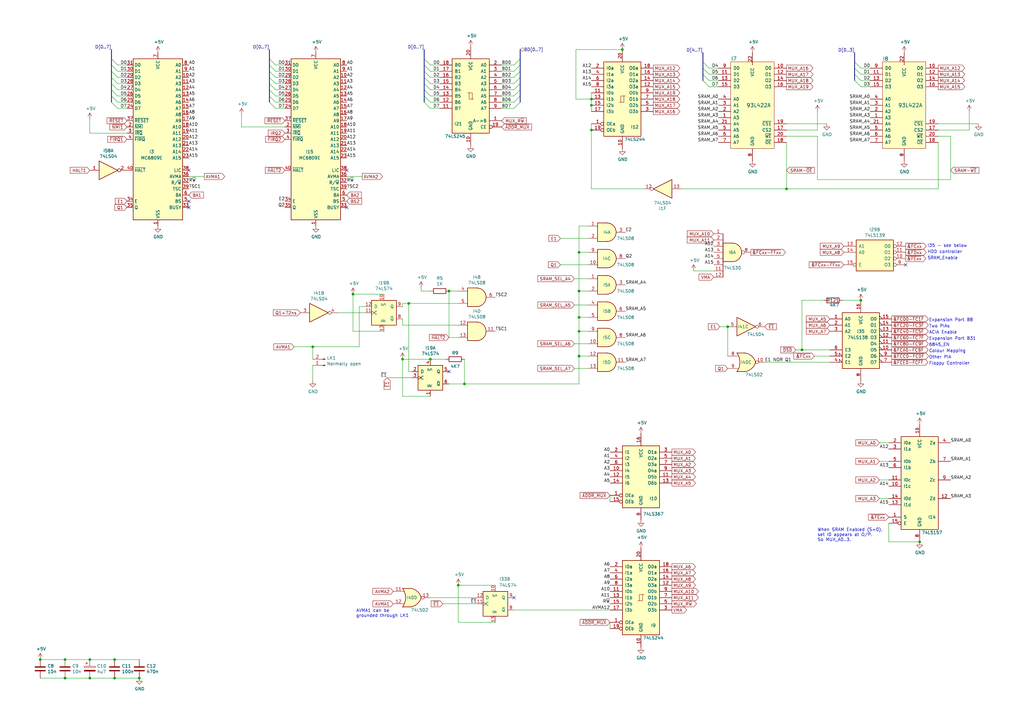
<source format=kicad_sch>
(kicad_sch (version 20211123) (generator eeschema)
  (paper "A3")
  (title_block (title "Dragon Beta - CPU & Direct Bus Connections") (date "2022-06-08") (rev "0.2") (company "DragonPlus Electronics") (comment 1 "John Whitworth") (comment 3 "including Richard Harding's Dragon Beta PCB images.") (comment 4 "Reverse Engineering of Dragon Beta from various sources"))
  (lib_symbols
    (symbol "74xx:74LS02" (pin_names (offset 1.016))
      (property "Reference" "U" (at 0 1.27 0))
      (property "Value" "74LS02" (at 0 -1.27 0))
      (symbol "74LS02_1_1"
        (pin output inverted (at 7.62 0 180) (length 3.81) (name "~") (number "1"))
        (pin input line (at -7.62 2.54 0) (length 4.318) (name "~") (number "2"))
        (pin input line (at -7.62 -2.54 0) (length 4.318) (name "~") (number "3"))
      )
      (symbol "74LS02_1_2"
        (pin output line (at 7.62 0 180) (length 3.81) (name "~") (number "1"))
        (pin input inverted (at -7.62 2.54 0) (length 3.81) (name "~") (number "2"))
        (pin input inverted (at -7.62 -2.54 0) (length 3.81) (name "~") (number "3"))
      )
      (symbol "74LS02_2_1"
        (pin output inverted (at 7.62 0 180) (length 3.81) (name "~") (number "4"))
        (pin input line (at -7.62 2.54 0) (length 4.318) (name "~") (number "5"))
        (pin input line (at -7.62 -2.54 0) (length 4.318) (name "~") (number "6"))
      )
      (symbol "74LS02_2_2"
        (pin output line (at 7.62 0 180) (length 3.81) (name "~") (number "4"))
        (pin input inverted (at -7.62 2.54 0) (length 3.81) (name "~") (number "5"))
        (pin input inverted (at -7.62 -2.54 0) (length 3.81) (name "~") (number "6"))
      )
      (symbol "74LS02_3_1"
        (pin output inverted (at 7.62 0 180) (length 3.81) (name "~") (number "10"))
        (pin input line (at -7.62 2.54 0) (length 4.318) (name "~") (number "8"))
        (pin input line (at -7.62 -2.54 0) (length 4.318) (name "~") (number "9"))
      )
      (symbol "74LS02_3_2"
        (pin output line (at 7.62 0 180) (length 3.81) (name "~") (number "10"))
        (pin input inverted (at -7.62 2.54 0) (length 3.81) (name "~") (number "8"))
        (pin input inverted (at -7.62 -2.54 0) (length 3.81) (name "~") (number "9"))
      )
      (symbol "74LS02_4_1"
        (pin input line (at -7.62 2.54 0) (length 4.318) (name "~") (number "11"))
        (pin input line (at -7.62 -2.54 0) (length 4.318) (name "~") (number "12"))
        (pin output inverted (at 7.62 0 180) (length 3.81) (name "~") (number "13"))
      )
      (symbol "74LS02_4_2"
        (pin input inverted (at -7.62 2.54 0) (length 3.81) (name "~") (number "11"))
        (pin input inverted (at -7.62 -2.54 0) (length 3.81) (name "~") (number "12"))
        (pin output line (at 7.62 0 180) (length 3.81) (name "~") (number "13"))
      )
      (symbol "74LS02_5_0"
        (pin power_in line (at 0 12.7 270) (length 5.08) (name "VCC") (number "14"))
        (pin power_in line (at 0 -12.7 90) (length 5.08) (name "GND") (number "7"))
      )
    )
    (symbol "74xx:74LS04"
      (property "Reference" "U" (at 0 1.27 0))
      (property "Value" "74LS04" (at 0 -1.27 0))
      (symbol "74LS04_1_0"
        (pin input line (at -7.62 0 0) (length 3.81) (name "~") (number "1"))
        (pin output inverted (at 7.62 0 180) (length 3.81) (name "~") (number "2"))
      )
      (symbol "74LS04_2_0"
        (pin input line (at -7.62 0 0) (length 3.81) (name "~") (number "3"))
        (pin output inverted (at 7.62 0 180) (length 3.81) (name "~") (number "4"))
      )
      (symbol "74LS04_3_0"
        (pin input line (at -7.62 0 0) (length 3.81) (name "~") (number "5"))
        (pin output inverted (at 7.62 0 180) (length 3.81) (name "~") (number "6"))
      )
      (symbol "74LS04_4_0"
        (pin output inverted (at 7.62 0 180) (length 3.81) (name "~") (number "8"))
        (pin input line (at -7.62 0 0) (length 3.81) (name "~") (number "9"))
      )
      (symbol "74LS04_5_0"
        (pin output inverted (at 7.62 0 180) (length 3.81) (name "~") (number "10"))
        (pin input line (at -7.62 0 0) (length 3.81) (name "~") (number "11"))
      )
      (symbol "74LS04_6_0"
        (pin output inverted (at 7.62 0 180) (length 3.81) (name "~") (number "12"))
        (pin input line (at -7.62 0 0) (length 3.81) (name "~") (number "13"))
      )
      (symbol "74LS04_7_0"
        (pin power_in line (at 0 12.7 270) (length 5.08) (name "VCC") (number "14"))
        (pin power_in line (at 0 -12.7 90) (length 5.08) (name "GND") (number "7"))
      )
    )
    (symbol "74xx:74LS08" (pin_names (offset 1.016))
      (property "Reference" "U" (at 0 1.27 0))
      (property "Value" "74LS08" (at 0 -1.27 0))
      (symbol "74LS08_1_1"
        (pin input line (at -7.62 2.54 0) (length 3.81) (name "~") (number "1"))
        (pin input line (at -7.62 -2.54 0) (length 3.81) (name "~") (number "2"))
        (pin output line (at 7.62 0 180) (length 3.81) (name "~") (number "3"))
      )
      (symbol "74LS08_1_2"
        (pin input inverted (at -7.62 2.54 0) (length 4.318) (name "~") (number "1"))
        (pin input inverted (at -7.62 -2.54 0) (length 4.318) (name "~") (number "2"))
        (pin output inverted (at 7.62 0 180) (length 3.81) (name "~") (number "3"))
      )
      (symbol "74LS08_2_1"
        (pin input line (at -7.62 2.54 0) (length 3.81) (name "~") (number "4"))
        (pin input line (at -7.62 -2.54 0) (length 3.81) (name "~") (number "5"))
        (pin output line (at 7.62 0 180) (length 3.81) (name "~") (number "6"))
      )
      (symbol "74LS08_2_2"
        (pin input inverted (at -7.62 2.54 0) (length 4.318) (name "~") (number "4"))
        (pin input inverted (at -7.62 -2.54 0) (length 4.318) (name "~") (number "5"))
        (pin output inverted (at 7.62 0 180) (length 3.81) (name "~") (number "6"))
      )
      (symbol "74LS08_3_1"
        (pin input line (at -7.62 -2.54 0) (length 3.81) (name "~") (number "10"))
        (pin output line (at 7.62 0 180) (length 3.81) (name "~") (number "8"))
        (pin input line (at -7.62 2.54 0) (length 3.81) (name "~") (number "9"))
      )
      (symbol "74LS08_3_2"
        (pin input inverted (at -7.62 -2.54 0) (length 4.318) (name "~") (number "10"))
        (pin output inverted (at 7.62 0 180) (length 3.81) (name "~") (number "8"))
        (pin input inverted (at -7.62 2.54 0) (length 4.318) (name "~") (number "9"))
      )
      (symbol "74LS08_4_1"
        (pin output line (at 7.62 0 180) (length 3.81) (name "~") (number "11"))
        (pin input line (at -7.62 2.54 0) (length 3.81) (name "~") (number "12"))
        (pin input line (at -7.62 -2.54 0) (length 3.81) (name "~") (number "13"))
      )
      (symbol "74LS08_4_2"
        (pin output inverted (at 7.62 0 180) (length 3.81) (name "~") (number "11"))
        (pin input inverted (at -7.62 2.54 0) (length 4.318) (name "~") (number "12"))
        (pin input inverted (at -7.62 -2.54 0) (length 4.318) (name "~") (number "13"))
      )
      (symbol "74LS08_5_0"
        (pin power_in line (at 0 12.7 270) (length 5.08) (name "VCC") (number "14"))
        (pin power_in line (at 0 -12.7 90) (length 5.08) (name "GND") (number "7"))
      )
    )
    (symbol "74xx:74LS138" (pin_names (offset 1.016))
      (property "Reference" "U" (at -7.62 11.43 0))
      (property "Value" "74LS138" (at -7.62 -13.97 0))
      (symbol "74LS138_1_0"
        (pin input line (at -12.7 7.62 0) (length 5.08) (name "A0") (number "1"))
        (pin output output_low (at 12.7 -5.08 180) (length 5.08) (name "O5") (number "10"))
        (pin output output_low (at 12.7 -2.54 180) (length 5.08) (name "O4") (number "11"))
        (pin output output_low (at 12.7 0 180) (length 5.08) (name "O3") (number "12"))
        (pin output output_low (at 12.7 2.54 180) (length 5.08) (name "O2") (number "13"))
        (pin output output_low (at 12.7 5.08 180) (length 5.08) (name "O1") (number "14"))
        (pin output output_low (at 12.7 7.62 180) (length 5.08) (name "O0") (number "15"))
        (pin power_in line (at 0 15.24 270) (length 5.08) (name "VCC") (number "16"))
        (pin input line (at -12.7 5.08 0) (length 5.08) (name "A1") (number "2"))
        (pin input line (at -12.7 2.54 0) (length 5.08) (name "A2") (number "3"))
        (pin input input_low (at -12.7 -10.16 0) (length 5.08) (name "E1") (number "4"))
        (pin input input_low (at -12.7 -7.62 0) (length 5.08) (name "E2") (number "5"))
        (pin input line (at -12.7 -5.08 0) (length 5.08) (name "E3") (number "6"))
        (pin output output_low (at 12.7 -10.16 180) (length 5.08) (name "O7") (number "7"))
        (pin power_in line (at 0 -17.78 90) (length 5.08) (name "GND") (number "8"))
        (pin output output_low (at 12.7 -7.62 180) (length 5.08) (name "O6") (number "9"))
      )
    )
    (symbol "74xx:74LS139" (pin_names (offset 1.016))
      (property "Reference" "U" (at -7.62 8.89 0))
      (property "Value" "74LS139" (at -7.62 -8.89 0))
      (symbol "74LS139_1_0"
        (pin input inverted (at -12.7 -5.08 0) (length 5.08) (name "E") (number "1"))
        (pin input line (at -12.7 0 0) (length 5.08) (name "A0") (number "2"))
        (pin input line (at -12.7 2.54 0) (length 5.08) (name "A1") (number "3"))
        (pin output inverted (at 12.7 2.54 180) (length 5.08) (name "O0") (number "4"))
        (pin output inverted (at 12.7 0 180) (length 5.08) (name "O1") (number "5"))
        (pin output inverted (at 12.7 -2.54 180) (length 5.08) (name "O2") (number "6"))
        (pin output inverted (at 12.7 -5.08 180) (length 5.08) (name "O3") (number "7"))
      )
      (symbol "74LS139_2_0"
        (pin output inverted (at 12.7 -2.54 180) (length 5.08) (name "O2") (number "10"))
        (pin output inverted (at 12.7 0 180) (length 5.08) (name "O1") (number "11"))
        (pin output inverted (at 12.7 2.54 180) (length 5.08) (name "O0") (number "12"))
        (pin input line (at -12.7 2.54 0) (length 5.08) (name "A1") (number "13"))
        (pin input line (at -12.7 0 0) (length 5.08) (name "A0") (number "14"))
        (pin input inverted (at -12.7 -5.08 0) (length 5.08) (name "E") (number "15"))
        (pin output inverted (at 12.7 -5.08 180) (length 5.08) (name "O3") (number "9"))
      )
      (symbol "74LS139_3_0"
        (pin power_in line (at 0 12.7 270) (length 5.08) (name "VCC") (number "16"))
        (pin power_in line (at 0 -12.7 90) (length 5.08) (name "GND") (number "8"))
      )
    )
    (symbol "74xx:74LS157" (pin_names (offset 1.016))
      (property "Reference" "U" (at -7.62 19.05 0))
      (property "Value" "74LS157" (at -7.62 -21.59 0))
      (symbol "74LS157_1_0"
        (pin input line (at -12.7 -15.24 0) (length 5.08) (name "S") (number "1"))
        (pin input line (at -12.7 -2.54 0) (length 5.08) (name "I1c") (number "10"))
        (pin input line (at -12.7 0 0) (length 5.08) (name "I0c") (number "11"))
        (pin output line (at 12.7 -7.62 180) (length 5.08) (name "Zd") (number "12"))
        (pin input line (at -12.7 -10.16 0) (length 5.08) (name "I1d") (number "13"))
        (pin input line (at -12.7 -7.62 0) (length 5.08) (name "I0d") (number "14"))
        (pin input inverted (at -12.7 -17.78 0) (length 5.08) (name "E") (number "15"))
        (pin power_in line (at 0 22.86 270) (length 5.08) (name "VCC") (number "16"))
        (pin input line (at -12.7 15.24 0) (length 5.08) (name "I0a") (number "2"))
        (pin input line (at -12.7 12.7 0) (length 5.08) (name "I1a") (number "3"))
        (pin output line (at 12.7 15.24 180) (length 5.08) (name "Za") (number "4"))
        (pin input line (at -12.7 7.62 0) (length 5.08) (name "I0b") (number "5"))
        (pin input line (at -12.7 5.08 0) (length 5.08) (name "I1b") (number "6"))
        (pin output line (at 12.7 7.62 180) (length 5.08) (name "Zb") (number "7"))
        (pin power_in line (at 0 -25.4 90) (length 5.08) (name "GND") (number "8"))
        (pin output line (at 12.7 0 180) (length 5.08) (name "Zc") (number "9"))
      )
    )
    (symbol "74xx:74LS244" (pin_names (offset 1.016))
      (property "Reference" "U" (at -7.62 16.51 0))
      (property "Value" "74LS244" (at -7.62 -16.51 0))
      (symbol "74LS244_1_0"
        (pin input inverted (at -12.7 -10.16 0) (length 5.08) (name "OEa") (number "1"))
        (pin power_in line (at 0 -20.32 90) (length 5.08) (name "GND") (number "10"))
        (pin input line (at -12.7 2.54 0) (length 5.08) (name "I0b") (number "11"))
        (pin tri_state line (at 12.7 5.08 180) (length 5.08) (name "O3a") (number "12"))
        (pin input line (at -12.7 0 0) (length 5.08) (name "I1b") (number "13"))
        (pin tri_state line (at 12.7 7.62 180) (length 5.08) (name "O2a") (number "14"))
        (pin input line (at -12.7 -2.54 0) (length 5.08) (name "I2b") (number "15"))
        (pin tri_state line (at 12.7 10.16 180) (length 5.08) (name "O1a") (number "16"))
        (pin input line (at -12.7 -5.08 0) (length 5.08) (name "I3b") (number "17"))
        (pin tri_state line (at 12.7 12.7 180) (length 5.08) (name "O0a") (number "18"))
        (pin input inverted (at -12.7 -12.7 0) (length 5.08) (name "OEb") (number "19"))
        (pin input line (at -12.7 12.7 0) (length 5.08) (name "I0a") (number "2"))
        (pin power_in line (at 0 20.32 270) (length 5.08) (name "VCC") (number "20"))
        (pin tri_state line (at 12.7 -5.08 180) (length 5.08) (name "O3b") (number "3"))
        (pin input line (at -12.7 10.16 0) (length 5.08) (name "I1a") (number "4"))
        (pin tri_state line (at 12.7 -2.54 180) (length 5.08) (name "O2b") (number "5"))
        (pin input line (at -12.7 7.62 0) (length 5.08) (name "I2a") (number "6"))
        (pin tri_state line (at 12.7 0 180) (length 5.08) (name "O1b") (number "7"))
        (pin input line (at -12.7 5.08 0) (length 5.08) (name "I3a") (number "8"))
        (pin tri_state line (at 12.7 2.54 180) (length 5.08) (name "O0b") (number "9"))
      )
    )
    (symbol "74xx:74LS245" (pin_names (offset 1.016))
      (property "Reference" "U" (at -7.62 16.51 0))
      (property "Value" "74LS245" (at -7.62 -16.51 0))
      (symbol "74LS245_1_0"
        (pin input line (at -12.7 -10.16 0) (length 5.08) (name "A->B") (number "1"))
        (pin power_in line (at 0 -20.32 90) (length 5.08) (name "GND") (number "10"))
        (pin tri_state line (at 12.7 -5.08 180) (length 5.08) (name "B7") (number "11"))
        (pin tri_state line (at 12.7 -2.54 180) (length 5.08) (name "B6") (number "12"))
        (pin tri_state line (at 12.7 0 180) (length 5.08) (name "B5") (number "13"))
        (pin tri_state line (at 12.7 2.54 180) (length 5.08) (name "B4") (number "14"))
        (pin tri_state line (at 12.7 5.08 180) (length 5.08) (name "B3") (number "15"))
        (pin tri_state line (at 12.7 7.62 180) (length 5.08) (name "B2") (number "16"))
        (pin tri_state line (at 12.7 10.16 180) (length 5.08) (name "B1") (number "17"))
        (pin tri_state line (at 12.7 12.7 180) (length 5.08) (name "B0") (number "18"))
        (pin input inverted (at -12.7 -12.7 0) (length 5.08) (name "CE") (number "19"))
        (pin tri_state line (at -12.7 12.7 0) (length 5.08) (name "A0") (number "2"))
        (pin power_in line (at 0 20.32 270) (length 5.08) (name "VCC") (number "20"))
        (pin tri_state line (at -12.7 10.16 0) (length 5.08) (name "A1") (number "3"))
        (pin tri_state line (at -12.7 7.62 0) (length 5.08) (name "A2") (number "4"))
        (pin tri_state line (at -12.7 5.08 0) (length 5.08) (name "A3") (number "5"))
        (pin tri_state line (at -12.7 2.54 0) (length 5.08) (name "A4") (number "6"))
        (pin tri_state line (at -12.7 0 0) (length 5.08) (name "A5") (number "7"))
        (pin tri_state line (at -12.7 -2.54 0) (length 5.08) (name "A6") (number "8"))
        (pin tri_state line (at -12.7 -5.08 0) (length 5.08) (name "A7") (number "9"))
      )
    )
    (symbol "74xx:74LS30" (pin_names (offset 1.016))
      (property "Reference" "U" (at 0 1.27 0))
      (property "Value" "74LS30" (at 0 -1.27 0))
      (symbol "74LS30_1_1"
        (pin input line (at -7.62 7.62 0) (length 3.81) (name "~") (number "1"))
        (pin input line (at -7.62 -7.62 0) (length 3.81) (name "~") (number "11"))
        (pin input line (at -7.62 -10.16 0) (length 3.81) (name "~") (number "12"))
        (pin input line (at -7.62 5.08 0) (length 3.81) (name "~") (number "2"))
        (pin input line (at -7.62 2.54 0) (length 3.81) (name "~") (number "3"))
        (pin input line (at -7.62 0 0) (length 3.81) (name "~") (number "4"))
        (pin input line (at -7.62 -2.54 0) (length 3.81) (name "~") (number "5"))
        (pin input line (at -7.62 -5.08 0) (length 3.81) (name "~") (number "6"))
        (pin output inverted (at 7.62 0 180) (length 3.81) (name "~") (number "8"))
      )
      (symbol "74LS30_1_2"
        (pin input inverted (at -7.62 7.62 0) (length 3.81) (name "~") (number "1"))
        (pin input inverted (at -7.62 -7.62 0) (length 3.81) (name "~") (number "11"))
        (pin input inverted (at -7.62 -10.16 0) (length 3.81) (name "~") (number "12"))
        (pin input inverted (at -7.62 5.08 0) (length 3.81) (name "~") (number "2"))
        (pin input inverted (at -7.62 2.54 0) (length 4.5466) (name "~") (number "3"))
        (pin input inverted (at -7.62 0 0) (length 5.08) (name "~") (number "4"))
        (pin input inverted (at -7.62 -2.54 0) (length 4.5466) (name "~") (number "5"))
        (pin input inverted (at -7.62 -5.08 0) (length 3.81) (name "~") (number "6"))
        (pin output line (at 7.62 0 180) (length 3.81) (name "~") (number "8"))
      )
      (symbol "74LS30_2_0"
        (pin power_in line (at 0 12.7 270) (length 5.08) (name "VCC") (number "14"))
        (pin power_in line (at 0 -12.7 90) (length 5.08) (name "GND") (number "7"))
      )
    )
    (symbol "74xx:74LS367" (pin_names (offset 1.016))
      (property "Reference" "U" (at -7.62 13.97 0))
      (property "Value" "74LS367" (at -7.62 -13.97 0))
      (symbol "74LS367_1_0"
        (pin input inverted (at -12.7 -7.62 0) (length 5.08) (name "OEa") (number "1"))
        (pin input line (at -12.7 2.54 0) (length 5.08) (name "I4") (number "10"))
        (pin tri_state line (at 12.7 0 180) (length 5.08) (name "O5b") (number "11"))
        (pin input line (at -12.7 0 0) (length 5.08) (name "I5") (number "12"))
        (pin tri_state line (at 12.7 -2.54 180) (length 5.08) (name "O6b") (number "13"))
        (pin input line (at -12.7 -2.54 0) (length 5.08) (name "I6") (number "14"))
        (pin input inverted (at -12.7 -10.16 0) (length 5.08) (name "OEb") (number "15"))
        (pin power_in line (at 0 17.78 270) (length 5.08) (name "VCC") (number "16"))
        (pin input line (at -12.7 10.16 0) (length 5.08) (name "I1") (number "2"))
        (pin tri_state line (at 12.7 10.16 180) (length 5.08) (name "O1a") (number "3"))
        (pin input line (at -12.7 7.62 0) (length 5.08) (name "I2") (number "4"))
        (pin tri_state line (at 12.7 7.62 180) (length 5.08) (name "O2a") (number "5"))
        (pin input line (at -12.7 5.08 0) (length 5.08) (name "I3") (number "6"))
        (pin tri_state line (at 12.7 5.08 180) (length 5.08) (name "O3a") (number "7"))
        (pin power_in line (at 0 -17.78 90) (length 5.08) (name "GND") (number "8"))
        (pin tri_state line (at 12.7 2.54 180) (length 5.08) (name "O4a") (number "9"))
      )
    )
    (symbol "74xx:74LS74" (pin_names (offset 1.016))
      (property "Reference" "U" (at -7.62 8.89 0))
      (property "Value" "74LS74" (at -7.62 -8.89 0))
      (symbol "74LS74_1_0"
        (pin input line (at 0 -7.62 90) (length 2.54) (name "~{R}") (number "1"))
        (pin input line (at -7.62 2.54 0) (length 2.54) (name "D") (number "2"))
        (pin input clock (at -7.62 0 0) (length 2.54) (name "C") (number "3"))
        (pin input line (at 0 7.62 270) (length 2.54) (name "~{S}") (number "4"))
        (pin output line (at 7.62 2.54 180) (length 2.54) (name "Q") (number "5"))
        (pin output line (at 7.62 -2.54 180) (length 2.54) (name "~{Q}") (number "6"))
      )
      (symbol "74LS74_2_0"
        (pin input line (at 0 7.62 270) (length 2.54) (name "~{S}") (number "10"))
        (pin input clock (at -7.62 0 0) (length 2.54) (name "C") (number "11"))
        (pin input line (at -7.62 2.54 0) (length 2.54) (name "D") (number "12"))
        (pin input line (at 0 -7.62 90) (length 2.54) (name "~{R}") (number "13"))
        (pin output line (at 7.62 -2.54 180) (length 2.54) (name "~{Q}") (number "8"))
        (pin output line (at 7.62 2.54 180) (length 2.54) (name "Q") (number "9"))
      )
      (symbol "74LS74_3_0"
        (pin power_in line (at 0 10.16 270) (length 2.54) (name "VCC") (number "14"))
        (pin power_in line (at 0 -10.16 90) (length 2.54) (name "GND") (number "7"))
      )
    )
    (symbol "CPU_NXP_6800:MC6809E"
      (property "Reference" "I15" (at -2.54 -5.08 0))
      (property "Value" "MC6809E" (at -2.54 -7.62 0))
      (symbol "MC6809E_1_1"
        (pin power_in line (at 0 -35.56 90) (length 2.54) (name "VSS") (number "1"))
        (pin output line (at 12.7 25.4 180) (length 2.54) (name "A2") (number "10"))
        (pin output line (at 12.7 22.86 180) (length 2.54) (name "A3") (number "11"))
        (pin output line (at 12.7 20.32 180) (length 2.54) (name "A4") (number "12"))
        (pin output line (at 12.7 17.78 180) (length 2.54) (name "A5") (number "13"))
        (pin output line (at 12.7 15.24 180) (length 2.54) (name "A6") (number "14"))
        (pin output line (at 12.7 12.7 180) (length 2.54) (name "A7") (number "15"))
        (pin output line (at 12.7 10.16 180) (length 2.54) (name "A8") (number "16"))
        (pin output line (at 12.7 7.62 180) (length 2.54) (name "A9") (number "17"))
        (pin output line (at 12.7 5.08 180) (length 2.54) (name "A10") (number "18"))
        (pin output line (at 12.7 2.54 180) (length 2.54) (name "A11") (number "19"))
        (pin input line (at -12.7 5.08 0) (length 2.54) (name "~{NMI}") (number "2"))
        (pin output line (at 12.7 0 180) (length 2.54) (name "A12") (number "20"))
        (pin output line (at 12.7 -2.54 180) (length 2.54) (name "A13") (number "21"))
        (pin output line (at 12.7 -5.08 180) (length 2.54) (name "A14") (number "22"))
        (pin output line (at 12.7 -7.62 180) (length 2.54) (name "A15") (number "23"))
        (pin bidirectional line (at -12.7 12.7 0) (length 2.54) (name "D7") (number "24"))
        (pin bidirectional line (at -12.7 15.24 0) (length 2.54) (name "D6") (number "25"))
        (pin bidirectional line (at -12.7 17.78 0) (length 2.54) (name "D5") (number "26"))
        (pin bidirectional line (at -12.7 20.32 0) (length 2.54) (name "D4") (number "27"))
        (pin bidirectional line (at -12.7 22.86 0) (length 2.54) (name "D3") (number "28"))
        (pin bidirectional line (at -12.7 25.4 0) (length 2.54) (name "D2") (number "29"))
        (pin input line (at -12.7 2.54 0) (length 2.54) (name "~{IRQ}") (number "3"))
        (pin bidirectional line (at -12.7 27.94 0) (length 2.54) (name "D1") (number "30"))
        (pin bidirectional line (at -12.7 30.48 0) (length 2.54) (name "D0") (number "31"))
        (pin output line (at 12.7 -17.78 180) (length 2.54) (name "R/~{W}") (number "32"))
        (pin output line (at 12.7 -27.94 180) (length 2.54) (name "BUSY") (number "33"))
        (pin input line (at -12.7 -25.4 0) (length 2.54) (name "E") (number "34"))
        (pin input line (at -12.7 -27.94 0) (length 2.54) (name "Q") (number "35"))
        (pin output line (at 12.7 -15.24 180) (length 2.54) (name "AVMA") (number "36"))
        (pin input line (at -12.7 7.62 0) (length 2.54) (name "~{RESET}") (number "37"))
        (pin output line (at 12.7 -12.7 180) (length 2.54) (name "LIC") (number "38"))
        (pin output line (at 12.7 -20.32 180) (length 2.54) (name "TSC") (number "39"))
        (pin input line (at -12.7 0 0) (length 2.54) (name "~{FIRQ}") (number "4"))
        (pin input line (at -12.7 -12.7 0) (length 2.54) (name "~{HALT}") (number "40"))
        (pin output line (at 12.7 -25.4 180) (length 2.54) (name "BS") (number "5"))
        (pin output line (at 12.7 -22.86 180) (length 2.54) (name "BA") (number "6"))
        (pin power_in line (at 0 35.56 270) (length 2.54) (name "VCC") (number "7"))
        (pin output line (at 12.7 30.48 180) (length 2.54) (name "A0") (number "8"))
        (pin output line (at 12.7 27.94 180) (length 2.54) (name "A1") (number "9"))
      )
    )
    (symbol "Connector:Conn_01x02_Male" (pin_names (offset 1.016) hide)
      (property "Reference" "J" (at 0 2.54 0))
      (property "Value" "Conn_01x02_Male" (at 0 -5.08 0))
      (symbol "Conn_01x02_Male_1_1"
        (pin passive line (at 5.08 0 180) (length 3.81) (name "Pin_1") (number "1"))
        (pin passive line (at 5.08 -2.54 180) (length 3.81) (name "Pin_2") (number "2"))
      )
    )
    (symbol "Device:C" (pin_numbers hide) (pin_names (offset 0.254))
      (property "Reference" "C" (at 0.635 2.54 0))
      (property "Value" "C" (at 0.635 -2.54 0))
      (symbol "C_1_1"
        (pin passive line (at 0 3.81 270) (length 2.794) (name "~") (number "1"))
        (pin passive line (at 0 -3.81 90) (length 2.794) (name "~") (number "2"))
      )
    )
    (symbol "Device:C_Polarized" (pin_numbers hide) (pin_names (offset 0.254))
      (property "Reference" "C" (at 0.635 2.54 0))
      (property "Value" "C_Polarized" (at 0.635 -2.54 0))
      (symbol "C_Polarized_1_1"
        (pin passive line (at 0 3.81 270) (length 2.794) (name "~") (number "1"))
        (pin passive line (at 0 -3.81 90) (length 2.794) (name "~") (number "2"))
      )
    )
    (symbol "Device:R" (pin_numbers hide) (pin_names (offset 0))
      (property "Reference" "R" (at 2.032 0 90))
      (property "Value" "R" (at 0 0 90))
      (symbol "R_1_1"
        (pin passive line (at 0 3.81 270) (length 1.27) (name "~") (number "1"))
        (pin passive line (at 0 -3.81 90) (length 1.27) (name "~") (number "2"))
      )
    )
    (symbol "DgnBeta-rescue:93L422A-JWs_components" (pin_names (offset 1.016))
      (property "Reference" "IC" (at -7.62 19.05 0))
      (property "Value" "93L422A-JWs_components" (at 0 0 90))
      (symbol "93L422A-JWs_components_1_1"
        (pin input line (at -13.97 -5.08 0) (length 5.08) (name "A3") (number "1"))
        (pin output line (at 13.97 15.24 180) (length 5.08) (name "O0") (number "10"))
        (pin input line (at -13.97 12.7 0) (length 5.08) (name "D1") (number "11"))
        (pin output line (at 13.97 12.7 180) (length 5.08) (name "O1") (number "12"))
        (pin input line (at -13.97 10.16 0) (length 5.08) (name "D2") (number "13"))
        (pin output line (at 13.97 10.16 180) (length 5.08) (name "O2") (number "14"))
        (pin input line (at -13.97 7.62 0) (length 5.08) (name "D3") (number "15"))
        (pin output line (at 13.97 7.62 180) (length 5.08) (name "O3") (number "16"))
        (pin input line (at 13.97 -10.16 180) (length 5.08) (name "CS2") (number "17"))
        (pin input line (at 13.97 -15.24 180) (length 5.08) (name "~{OE}") (number "18"))
        (pin input line (at 13.97 -7.62 180) (length 5.08) (name "~{CS1}") (number "19"))
        (pin input line (at -13.97 -2.54 0) (length 5.08) (name "A2") (number "2"))
        (pin input line (at 13.97 -12.7 180) (length 5.08) (name "~{WE}") (number "20"))
        (pin input line (at -13.97 -7.62 0) (length 5.08) (name "A4") (number "21"))
        (pin power_in line (at 0 21.59 270) (length 5.08) (name "VCC") (number "22"))
        (pin input line (at -13.97 0 0) (length 5.08) (name "A1") (number "3"))
        (pin input line (at -13.97 2.54 0) (length 5.08) (name "A0") (number "4"))
        (pin input line (at -13.97 -10.16 0) (length 5.08) (name "A5") (number "5"))
        (pin input line (at -13.97 -12.7 0) (length 5.08) (name "A6") (number "6"))
        (pin input line (at -13.97 -15.24 0) (length 5.08) (name "A7") (number "7"))
        (pin power_in line (at 0 -22.86 90) (length 5.08) (name "GND") (number "8"))
        (pin input line (at -13.97 15.24 0) (length 5.08) (name "D0") (number "9"))
      )
    )
    (symbol "MC6809E_1"
      (property "Reference" "I3" (at -2.54 -5.08 0))
      (property "Value" "MC6809E" (at -2.54 -7.62 0))
      (symbol "MC6809E_1_1_1"
        (pin power_in line (at 0 -35.56 90) (length 2.54) (name "VSS") (number "1"))
        (pin output line (at 12.7 25.4 180) (length 2.54) (name "A2") (number "10"))
        (pin output line (at 12.7 22.86 180) (length 2.54) (name "A3") (number "11"))
        (pin output line (at 12.7 20.32 180) (length 2.54) (name "A4") (number "12"))
        (pin output line (at 12.7 17.78 180) (length 2.54) (name "A5") (number "13"))
        (pin output line (at 12.7 15.24 180) (length 2.54) (name "A6") (number "14"))
        (pin output line (at 12.7 12.7 180) (length 2.54) (name "A7") (number "15"))
        (pin output line (at 12.7 10.16 180) (length 2.54) (name "A8") (number "16"))
        (pin output line (at 12.7 7.62 180) (length 2.54) (name "A9") (number "17"))
        (pin output line (at 12.7 5.08 180) (length 2.54) (name "A10") (number "18"))
        (pin output line (at 12.7 2.54 180) (length 2.54) (name "A11") (number "19"))
        (pin input line (at -12.7 5.08 0) (length 2.54) (name "~{NMI}") (number "2"))
        (pin output line (at 12.7 0 180) (length 2.54) (name "A12") (number "20"))
        (pin output line (at 12.7 -2.54 180) (length 2.54) (name "A13") (number "21"))
        (pin output line (at 12.7 -5.08 180) (length 2.54) (name "A14") (number "22"))
        (pin output line (at 12.7 -7.62 180) (length 2.54) (name "A15") (number "23"))
        (pin bidirectional line (at -12.7 12.7 0) (length 2.54) (name "D7") (number "24"))
        (pin bidirectional line (at -12.7 15.24 0) (length 2.54) (name "D6") (number "25"))
        (pin bidirectional line (at -12.7 17.78 0) (length 2.54) (name "D5") (number "26"))
        (pin bidirectional line (at -12.7 20.32 0) (length 2.54) (name "D4") (number "27"))
        (pin bidirectional line (at -12.7 22.86 0) (length 2.54) (name "D3") (number "28"))
        (pin bidirectional line (at -12.7 25.4 0) (length 2.54) (name "D2") (number "29"))
        (pin input line (at -12.7 2.54 0) (length 2.54) (name "~{IRQ}") (number "3"))
        (pin bidirectional line (at -12.7 27.94 0) (length 2.54) (name "D1") (number "30"))
        (pin bidirectional line (at -12.7 30.48 0) (length 2.54) (name "D0") (number "31"))
        (pin output line (at 12.7 -17.78 180) (length 2.54) (name "R/~{W}") (number "32"))
        (pin output line (at 12.7 -27.94 180) (length 2.54) (name "BUSY") (number "33"))
        (pin input line (at -12.7 -25.4 0) (length 2.54) (name "E") (number "34"))
        (pin input line (at -12.7 -27.94 0) (length 2.54) (name "Q") (number "35"))
        (pin output line (at 12.7 -15.24 180) (length 2.54) (name "AVMA") (number "36"))
        (pin input line (at -12.7 7.62 0) (length 2.54) (name "~{RESET}") (number "37"))
        (pin output line (at 12.7 -12.7 180) (length 2.54) (name "LIC") (number "38"))
        (pin output line (at 12.7 -20.32 180) (length 2.54) (name "TSC") (number "39"))
        (pin input line (at -12.7 0 0) (length 2.54) (name "~{FIRQ}") (number "4"))
        (pin input line (at -12.7 -12.7 0) (length 2.54) (name "~{HALT}") (number "40"))
        (pin output line (at 12.7 -25.4 180) (length 2.54) (name "BS") (number "5"))
        (pin output line (at 12.7 -22.86 180) (length 2.54) (name "BA") (number "6"))
        (pin power_in line (at 0 35.56 270) (length 2.54) (name "VCC") (number "7"))
        (pin output line (at 12.7 30.48 180) (length 2.54) (name "A0") (number "8"))
        (pin output line (at 12.7 27.94 180) (length 2.54) (name "A1") (number "9"))
      )
    )
    (symbol "power:+5V" (power) (pin_names (offset 0))
      (property "Value" "+5V" (at 0 3.556 0))
      (symbol "+5V_1_1"
        (pin power_in line (at 0 0 90) (length 0) hide (name "+5V") (number "1"))
      )
    )
    (symbol "power:GND" (power) (pin_names (offset 0))
      (property "Value" "GND" (at 0 -3.81 0))
      (symbol "GND_1_1"
        (pin power_in line (at 0 0 270) (length 0) hide (name "GND") (number "1"))
      )
    )
  )
  (junction (at 237.49 119.38))
  (junction (at 36.83 270.51))
  (junction (at 377.19 222.25))
  (junction (at 46.99 278.13))
  (junction (at 26.67 278.13))
  (junction (at 190.5 157.48))
  (junction (at 242.57 53.34))
  (junction (at 353.06 123.19))
  (junction (at 242.57 43.18))
  (junction (at 16.51 270.51))
  (junction (at 128.27 142.24))
  (junction (at 176.53 147.32))
  (junction (at 237.49 103.505))
  (junction (at 242.57 40.64))
  (junction (at 46.99 270.51))
  (junction (at 322.58 77.47))
  (junction (at 237.49 130.175))
  (junction (at 298.45 133.985))
  (junction (at 165.1 147.32))
  (junction (at 26.67 270.51))
  (junction (at 187.96 240.03))
  (junction (at 57.15 278.13))
  (junction (at 36.83 278.13))
  (junction (at 184.15 119.38))
  (junction (at 237.49 135.89))
  (junction (at 144.78 120.65))
  (junction (at 255.27 20.32))
  (junction (at 237.49 146.05))
  (junction (at 167.64 124.46))
  (junction (at 328.93 143.51))
  (no_connect (at 371.475 108.585))
  (no_connect (at 184.15 152.4))
  (no_connect (at 210.82 245.11))
  (no_connect (at 142.24 69.85))
  (no_connect (at 142.24 85.09))
  (no_connect (at 77.47 85.09))
  (no_connect (at 77.47 82.55))
  (no_connect (at 77.47 69.85))
  (bus_entry (at 288.29 27.94) (size 2.54 2.54))
  (bus_entry (at 288.29 25.4) (size 2.54 2.54))
  (bus_entry (at 45.72 31.75) (size 2.54 2.54))
  (bus_entry (at 110.49 41.91) (size 2.54 2.54))
  (bus_entry (at 210.82 34.29) (size 2.54 -2.54))
  (bus_entry (at 173.99 26.67) (size 2.54 2.54))
  (bus_entry (at 210.82 29.21) (size 2.54 -2.54))
  (bus_entry (at 210.82 44.45) (size 2.54 -2.54))
  (bus_entry (at 110.49 24.13) (size 2.54 2.54))
  (bus_entry (at 173.99 31.75) (size 2.54 2.54))
  (bus_entry (at 110.49 31.75) (size 2.54 2.54))
  (bus_entry (at 350.52 25.4) (size 2.54 2.54))
  (bus_entry (at 110.49 34.29) (size 2.54 2.54))
  (bus_entry (at 45.72 29.21) (size 2.54 2.54))
  (bus_entry (at 45.72 39.37) (size 2.54 2.54))
  (bus_entry (at 110.49 26.67) (size 2.54 2.54))
  (bus_entry (at 110.49 29.21) (size 2.54 2.54))
  (bus_entry (at 173.99 39.37) (size 2.54 2.54))
  (bus_entry (at 110.49 36.83) (size 2.54 2.54))
  (bus_entry (at 173.99 34.29) (size 2.54 2.54))
  (bus_entry (at 288.29 30.48) (size 2.54 2.54))
  (bus_entry (at 173.99 24.13) (size 2.54 2.54))
  (bus_entry (at 350.52 27.94) (size 2.54 2.54))
  (bus_entry (at 173.99 41.91) (size 2.54 2.54))
  (bus_entry (at 45.72 36.83) (size 2.54 2.54))
  (bus_entry (at 210.82 31.75) (size 2.54 -2.54))
  (bus_entry (at 210.82 26.67) (size 2.54 -2.54))
  (bus_entry (at 350.52 30.48) (size 2.54 2.54))
  (bus_entry (at 350.52 33.02) (size 2.54 2.54))
  (bus_entry (at 173.99 36.83) (size 2.54 2.54))
  (bus_entry (at 45.72 41.91) (size 2.54 2.54))
  (bus_entry (at 210.82 39.37) (size 2.54 -2.54))
  (bus_entry (at 210.82 36.83) (size 2.54 -2.54))
  (bus_entry (at 210.82 41.91) (size 2.54 -2.54))
  (bus_entry (at 288.29 33.02) (size 2.54 2.54))
  (bus_entry (at 45.72 24.13) (size 2.54 2.54))
  (bus_entry (at 45.72 34.29) (size 2.54 2.54))
  (bus_entry (at 173.99 29.21) (size 2.54 2.54))
  (bus_entry (at 45.72 26.67) (size 2.54 2.54))
  (bus_entry (at 110.49 39.37) (size 2.54 2.54))
  (wire (pts (xy 190.5 157.48) (xy 184.15 157.48)))
  (wire (pts (xy 313.69 148.59) (xy 340.36 148.59)))
  (bus (pts (xy 110.49 34.29) (xy 110.49 36.83)))
  (bus (pts (xy 350.52 30.48) (xy 350.52 33.02)))
  (wire (pts (xy 48.26 36.83) (xy 52.07 36.83)))
  (wire (pts (xy 116.84 39.37) (xy 113.03 39.37)))
  (wire (pts (xy 36.83 278.13) (xy 26.67 278.13)))
  (wire (pts (xy 113.03 41.91) (xy 116.84 41.91)))
  (wire (pts (xy 26.67 278.13) (xy 16.51 278.13)))
  (wire (pts (xy 295.275 133.985) (xy 298.45 133.985)))
  (wire (pts (xy 384.81 77.47) (xy 322.58 77.47)))
  (wire (pts (xy 322.58 55.88) (xy 335.28 55.88)))
  (wire (pts (xy 36.83 270.51) (xy 46.99 270.51)))
  (wire (pts (xy 176.53 36.83) (xy 180.34 36.83)))
  (wire (pts (xy 242.57 50.8) (xy 242.57 53.34)))
  (wire (pts (xy 360.68 196.85) (xy 364.49 196.85)))
  (wire (pts (xy 237.49 119.38) (xy 241.3 119.38)))
  (wire (pts (xy 26.67 270.51) (xy 36.83 270.51)))
  (wire (pts (xy 116.84 34.29) (xy 113.03 34.29)))
  (wire (pts (xy 165.1 162.56) (xy 165.1 147.32)))
  (wire (pts (xy 322.58 58.42) (xy 322.58 77.47)))
  (bus (pts (xy 213.36 29.21) (xy 213.36 31.75)))
  (wire (pts (xy 142.24 72.39) (xy 148.59 72.39)))
  (wire (pts (xy 235.585 140.97) (xy 241.3 140.97)))
  (wire (pts (xy 237.49 119.38) (xy 237.49 130.175)))
  (wire (pts (xy 384.81 58.42) (xy 384.81 77.47)))
  (wire (pts (xy 52.07 39.37) (xy 48.26 39.37)))
  (wire (pts (xy 322.58 77.47) (xy 279.4 77.47)))
  (wire (pts (xy 264.16 77.47) (xy 242.57 77.47)))
  (wire (pts (xy 128.27 156.21) (xy 128.27 149.86)))
  (wire (pts (xy 46.99 278.13) (xy 36.83 278.13)))
  (wire (pts (xy 128.27 142.24) (xy 120.65 142.24)))
  (wire (pts (xy 52.07 44.45) (xy 48.26 44.45)))
  (wire (pts (xy 138.43 128.27) (xy 149.86 128.27)))
  (wire (pts (xy 235.585 151.13) (xy 241.3 151.13)))
  (bus (pts (xy 288.29 27.94) (xy 288.29 30.48)))
  (wire (pts (xy 237.49 103.505) (xy 237.49 119.38)))
  (wire (pts (xy 176.53 31.75) (xy 180.34 31.75)))
  (wire (pts (xy 250.19 257.81) (xy 250.19 255.27)))
  (wire (pts (xy 167.64 124.46) (xy 167.64 152.4)))
  (wire (pts (xy 237.49 146.05) (xy 241.3 146.05)))
  (wire (pts (xy 210.82 44.45) (xy 205.74 44.45)))
  (bus (pts (xy 173.99 34.29) (xy 173.99 36.83)))
  (wire (pts (xy 52.07 54.61) (xy 36.83 54.61)))
  (wire (pts (xy 184.15 119.38) (xy 184.15 138.43)))
  (wire (pts (xy 46.99 270.51) (xy 57.15 270.51)))
  (wire (pts (xy 237.49 92.71) (xy 237.49 103.505)))
  (wire (pts (xy 147.32 125.73) (xy 147.32 142.24)))
  (wire (pts (xy 290.83 33.02) (xy 294.64 33.02)))
  (wire (pts (xy 237.49 157.48) (xy 237.49 146.05)))
  (bus (pts (xy 173.99 29.21) (xy 173.99 31.75)))
  (bus (pts (xy 173.99 24.13) (xy 173.99 26.67)))
  (bus (pts (xy 45.72 29.21) (xy 45.72 31.75)))
  (wire (pts (xy 389.89 55.88) (xy 384.81 55.88)))
  (wire (pts (xy 48.26 31.75) (xy 52.07 31.75)))
  (wire (pts (xy 48.26 41.91) (xy 52.07 41.91)))
  (wire (pts (xy 335.28 55.88) (xy 335.28 73.66)))
  (wire (pts (xy 360.68 189.23) (xy 364.49 189.23)))
  (wire (pts (xy 237.49 92.71) (xy 241.3 92.71)))
  (wire (pts (xy 237.49 130.175) (xy 237.49 135.89)))
  (wire (pts (xy 168.91 154.94) (xy 158.75 154.94)))
  (bus (pts (xy 110.49 31.75) (xy 110.49 34.29)))
  (wire (pts (xy 36.83 54.61) (xy 36.83 48.895)))
  (wire (pts (xy 241.3 108.585) (xy 229.87 108.585)))
  (wire (pts (xy 167.64 124.46) (xy 187.96 124.46)))
  (bus (pts (xy 45.72 34.29) (xy 45.72 36.83)))
  (wire (pts (xy 236.22 40.64) (xy 236.22 20.32)))
  (wire (pts (xy 210.82 36.83) (xy 205.74 36.83)))
  (bus (pts (xy 213.36 34.29) (xy 213.36 36.83)))
  (bus (pts (xy 213.36 24.13) (xy 213.36 26.67)))
  (wire (pts (xy 345.44 123.19) (xy 353.06 123.19)))
  (bus (pts (xy 350.52 27.94) (xy 350.52 30.48)))
  (wire (pts (xy 176.53 162.56) (xy 165.1 162.56)))
  (wire (pts (xy 210.82 39.37) (xy 205.74 39.37)))
  (bus (pts (xy 173.99 20.32) (xy 173.99 24.13)))
  (wire (pts (xy 210.82 29.21) (xy 205.74 29.21)))
  (bus (pts (xy 110.49 20.32) (xy 110.49 24.13)))
  (bus (pts (xy 288.29 21.59) (xy 288.29 25.4)))
  (wire (pts (xy 250.19 203.2) (xy 250.19 205.74)))
  (bus (pts (xy 45.72 31.75) (xy 45.72 34.29)))
  (wire (pts (xy 116.84 29.21) (xy 113.03 29.21)))
  (bus (pts (xy 173.99 36.83) (xy 173.99 39.37)))
  (wire (pts (xy 128.27 147.32) (xy 128.27 142.24)))
  (bus (pts (xy 110.49 24.13) (xy 110.49 26.67)))
  (wire (pts (xy 241.3 135.89) (xy 237.49 135.89)))
  (bus (pts (xy 213.36 26.67) (xy 213.36 29.21)))
  (wire (pts (xy 48.26 26.67) (xy 52.07 26.67)))
  (bus (pts (xy 173.99 31.75) (xy 173.99 34.29)))
  (bus (pts (xy 45.72 36.83) (xy 45.72 39.37)))
  (wire (pts (xy 242.57 77.47) (xy 242.57 53.34)))
  (wire (pts (xy 290.83 27.94) (xy 294.64 27.94)))
  (wire (pts (xy 149.86 125.73) (xy 147.32 125.73)))
  (wire (pts (xy 210.82 41.91) (xy 205.74 41.91)))
  (wire (pts (xy 384.81 50.8) (xy 401.32 50.8)))
  (wire (pts (xy 326.39 143.51) (xy 328.93 143.51)))
  (wire (pts (xy 335.28 53.34) (xy 335.28 45.72)))
  (wire (pts (xy 203.2 255.27) (xy 187.96 255.27)))
  (wire (pts (xy 144.78 135.89) (xy 144.78 120.65)))
  (wire (pts (xy 176.53 26.67) (xy 180.34 26.67)))
  (wire (pts (xy 294.64 30.48) (xy 290.83 30.48)))
  (wire (pts (xy 165.1 124.46) (xy 167.64 124.46)))
  (wire (pts (xy 113.03 36.83) (xy 116.84 36.83)))
  (wire (pts (xy 77.47 72.39) (xy 83.82 72.39)))
  (wire (pts (xy 237.49 130.175) (xy 241.3 130.175)))
  (wire (pts (xy 284.48 111.125) (xy 292.735 111.125)))
  (wire (pts (xy 180.34 44.45) (xy 176.53 44.45)))
  (wire (pts (xy 181.61 247.65) (xy 195.58 247.65)))
  (wire (pts (xy 322.58 50.8) (xy 339.09 50.8)))
  (wire (pts (xy 335.28 73.66) (xy 389.89 73.66)))
  (bus (pts (xy 110.49 39.37) (xy 110.49 41.91)))
  (bus (pts (xy 213.36 20.32) (xy 213.36 24.13)))
  (bus (pts (xy 45.72 24.13) (xy 45.72 26.67)))
  (wire (pts (xy 165.1 147.32) (xy 176.53 147.32)))
  (wire (pts (xy 328.93 143.51) (xy 340.36 143.51)))
  (wire (pts (xy 235.585 125.095) (xy 241.3 125.095)))
  (wire (pts (xy 229.87 97.79) (xy 241.3 97.79)))
  (wire (pts (xy 334.01 146.05) (xy 340.36 146.05)))
  (wire (pts (xy 180.34 39.37) (xy 176.53 39.37)))
  (wire (pts (xy 167.64 152.4) (xy 168.91 152.4)))
  (wire (pts (xy 210.82 31.75) (xy 205.74 31.75)))
  (bus (pts (xy 45.72 39.37) (xy 45.72 41.91)))
  (wire (pts (xy 397.51 53.34) (xy 397.51 45.72)))
  (wire (pts (xy 242.57 43.18) (xy 242.57 40.64)))
  (bus (pts (xy 288.29 25.4) (xy 288.29 27.94)))
  (bus (pts (xy 173.99 39.37) (xy 173.99 41.91)))
  (wire (pts (xy 210.82 34.29) (xy 205.74 34.29)))
  (wire (pts (xy 360.68 204.47) (xy 364.49 204.47)))
  (bus (pts (xy 213.36 39.37) (xy 213.36 41.91)))
  (wire (pts (xy 144.78 120.65) (xy 157.48 120.65)))
  (wire (pts (xy 187.96 255.27) (xy 187.96 240.03)))
  (wire (pts (xy 190.5 157.48) (xy 237.49 157.48)))
  (wire (pts (xy 165.1 130.81) (xy 165.1 133.35)))
  (wire (pts (xy 360.68 181.61) (xy 364.49 181.61)))
  (wire (pts (xy 242.57 40.64) (xy 242.57 38.1)))
  (wire (pts (xy 165.1 125.73) (xy 165.1 124.46)))
  (wire (pts (xy 298.45 133.985) (xy 298.45 146.05)))
  (wire (pts (xy 116.84 44.45) (xy 113.03 44.45)))
  (bus (pts (xy 110.49 36.83) (xy 110.49 39.37)))
  (wire (pts (xy 180.34 34.29) (xy 176.53 34.29)))
  (wire (pts (xy 157.48 135.89) (xy 144.78 135.89)))
  (wire (pts (xy 172.72 119.38) (xy 176.53 119.38)))
  (wire (pts (xy 237.49 135.89) (xy 237.49 146.05)))
  (wire (pts (xy 353.06 35.56) (xy 356.87 35.56)))
  (wire (pts (xy 242.57 45.72) (xy 242.57 43.18)))
  (bus (pts (xy 173.99 26.67) (xy 173.99 29.21)))
  (wire (pts (xy 389.89 73.66) (xy 389.89 55.88)))
  (wire (pts (xy 99.06 52.07) (xy 116.84 52.07)))
  (wire (pts (xy 176.53 245.11) (xy 195.58 245.11)))
  (bus (pts (xy 110.49 29.21) (xy 110.49 31.75)))
  (wire (pts (xy 147.32 142.24) (xy 128.27 142.24)))
  (wire (pts (xy 176.53 41.91) (xy 180.34 41.91)))
  (wire (pts (xy 16.51 270.51) (xy 26.67 270.51)))
  (wire (pts (xy 190.5 147.32) (xy 190.5 157.48)))
  (wire (pts (xy 236.22 20.32) (xy 255.27 20.32)))
  (wire (pts (xy 113.03 26.67) (xy 116.84 26.67)))
  (bus (pts (xy 110.49 26.67) (xy 110.49 29.21)))
  (wire (pts (xy 322.58 53.34) (xy 335.28 53.34)))
  (wire (pts (xy 353.06 27.94) (xy 356.87 27.94)))
  (wire (pts (xy 187.96 119.38) (xy 184.15 119.38)))
  (wire (pts (xy 172.72 118.11) (xy 172.72 119.38)))
  (wire (pts (xy 290.83 35.56) (xy 294.64 35.56)))
  (wire (pts (xy 356.87 30.48) (xy 353.06 30.48)))
  (wire (pts (xy 241.3 103.505) (xy 237.49 103.505)))
  (bus (pts (xy 288.29 30.48) (xy 288.29 33.02)))
  (wire (pts (xy 364.49 222.25) (xy 377.19 222.25)))
  (wire (pts (xy 52.07 29.21) (xy 48.26 29.21)))
  (wire (pts (xy 57.15 278.13) (xy 46.99 278.13)))
  (wire (pts (xy 203.2 240.03) (xy 187.96 240.03)))
  (wire (pts (xy 328.93 123.19) (xy 328.93 143.51)))
  (bus (pts (xy 213.36 31.75) (xy 213.36 34.29)))
  (wire (pts (xy 184.15 138.43) (xy 187.96 138.43)))
  (wire (pts (xy 384.81 53.34) (xy 397.51 53.34)))
  (wire (pts (xy 165.1 133.35) (xy 187.96 133.35)))
  (wire (pts (xy 364.49 214.63) (xy 364.49 222.25)))
  (wire (pts (xy 180.34 29.21) (xy 176.53 29.21)))
  (wire (pts (xy 235.585 114.3) (xy 241.3 114.3)))
  (bus (pts (xy 350.52 21.59) (xy 350.52 25.4)))
  (wire (pts (xy 328.93 123.19) (xy 337.82 123.19)))
  (wire (pts (xy 52.07 34.29) (xy 48.26 34.29)))
  (bus (pts (xy 45.72 20.32) (xy 45.72 24.13)))
  (wire (pts (xy 113.03 31.75) (xy 116.84 31.75)))
  (bus (pts (xy 213.36 36.83) (xy 213.36 39.37)))
  (bus (pts (xy 45.72 26.67) (xy 45.72 29.21)))
  (wire (pts (xy 210.82 26.67) (xy 205.74 26.67)))
  (wire (pts (xy 353.06 33.02) (xy 356.87 33.02)))
  (wire (pts (xy 210.82 250.19) (xy 250.19 250.19)))
  (wire (pts (xy 242.57 40.64) (xy 236.22 40.64)))
  (wire (pts (xy 99.06 46.99) (xy 99.06 52.07)))
  (bus (pts (xy 350.52 25.4) (xy 350.52 27.94)))
  (wire (pts (xy 176.53 147.32) (xy 182.88 147.32)))
  (text "HDD controller" (at 380.365 104.14 0) (effects (font (size 1.27 1.27)) (justify left bottom)))
  (text "I35 - see below" (at 380.365 101.6 0) (effects (font (size 1.27 1.27)) (justify left bottom)))
  (text "Floppy Controller" (at 381 149.86 0) (effects (font (size 1.27 1.27)) (justify left bottom)))
  (text "Expansion Port B31" (at 381 139.7 0) (effects (font (size 1.27 1.27)) (justify left bottom)))
  (text "When SRAM Enabled (S=0),\nset I0 appears at O/P.\nSo MUX_A0..3." (at 335.28 222.25 0) (effects (font (size 1.27 1.27)) (justify left bottom)))
  (text "Two PIAs" (at 381 134.62 0) (effects (font (size 1.27 1.27)) (justify left bottom)))
  (text "SRAM_Enable" (at 380.365 106.68 0) (effects (font (size 1.27 1.27)) (justify left bottom)))
  (text "Expansion Port B8" (at 381 132.08 0) (effects (font (size 1.27 1.27)) (justify left bottom)))
  (text "AVMA1 can be\ngrounded through LK1" (at 146.05 253.365 0) (effects (font (size 1.27 1.27)) (justify left bottom)))
  (text "ACIA Enable\n" (at 381 137.16 0) (effects (font (size 1.27 1.27)) (justify left bottom)))
  (text "Colour Mapping" (at 381 144.78 0) (effects (font (size 1.27 1.27)) (justify left bottom)))
  (text "6845_EN" (at 381 142.24 0) (effects (font (size 1.27 1.27)) (justify left bottom)))
  (text "Other PIA" (at 381 147.32 0) (effects (font (size 1.27 1.27)) (justify left bottom)))
  (label "D5" (at 294.64 30.48 180))
  (label "D6" (at 52.07 41.91 180))
  (label "E2" (at 256.54 95.25 0))
  (label "A11" (at 250.19 245.11 180))
  (label "D7" (at 294.64 35.56 180))
  (label "D4" (at 294.64 27.94 180))
  (label "SRAM_A3" (at 389.89 204.47 0))
  (label "D[4..7]" (at 288.29 21.59 180))
  (label "D2" (at 356.87 33.02 180))
  (label "A12" (at 142.24 57.15 0))
  (label "A15" (at 242.57 35.56 180))
  (label "A12" (at 77.47 57.15 0))
  (label "D4" (at 116.84 36.83 180))
  (label "A14" (at 364.49 199.39 180))
  (label "A3" (at 250.19 193.04 180))
  (label "SRAM_A7" (at 294.64 58.42 180))
  (label "D7" (at 116.84 44.45 180))
  (label "D7" (at 52.07 44.45 180))
  (label "A5" (at 142.24 39.37 0))
  (label "BD0" (at 205.74 26.67 0))
  (label "SRAM_A6" (at 256.54 138.43 0))
  (label "A14" (at 292.735 106.045 180))
  (label "BD6" (at 205.74 41.91 0))
  (label "SRAM_A6" (at 294.64 55.88 180))
  (label "D5" (at 52.07 39.37 180))
  (label "D3" (at 52.07 34.29 180))
  (label "BD2" (at 205.74 31.75 0))
  (label "TSC2" (at 142.24 77.47 0))
  (label "SRAM_A7" (at 256.54 148.59 0))
  (label "BD3" (at 205.74 34.29 0))
  (label "A4" (at 250.19 195.58 180))
  (label "A15" (at 364.49 207.01 180))
  (label "SRAM_A4" (at 294.64 50.8 180))
  (label "A15" (at 292.735 108.585 180))
  (label "A14" (at 77.47 62.23 0))
  (label "SRAM_A5" (at 356.87 53.34 180))
  (label "A1" (at 142.24 29.21 0))
  (label "A0" (at 77.47 26.67 0))
  (label "D[0..7]" (at 45.72 20.32 180))
  (label "A10" (at 250.19 242.57 180))
  (label "D5" (at 180.34 39.37 180))
  (label "SRAM_A5" (at 256.54 127.635 0))
  (label "SRAM_A1" (at 294.64 43.18 180))
  (label "SRAM_A1" (at 356.87 43.18 180))
  (label "A13" (at 292.735 103.505 180))
  (label "AVMA12" (at 250.19 250.19 180))
  (label "A12" (at 364.49 184.15 180))
  (label "A9" (at 250.19 240.03 180))
  (label "BD4" (at 205.74 36.83 0))
  (label "D[0..7]" (at 173.99 20.32 180))
  (label "A14" (at 142.24 62.23 0))
  (label "R~{W}" (at 142.24 74.93 0))
  (label "D0" (at 356.87 27.94 180))
  (label "A6" (at 250.19 232.41 180))
  (label "E1 NOR Q1" (at 313.69 148.59 0))
  (label "D3" (at 180.34 34.29 180))
  (label "~{E1}" (at 158.75 154.94 180))
  (label "A7" (at 142.24 44.45 0))
  (label "~{E1}" (at 195.58 247.65 180))
  (label "A2" (at 77.47 31.75 0))
  (label "A0" (at 250.19 185.42 180))
  (label "E2" (at 116.84 82.55 180))
  (label "D6" (at 180.34 41.91 180))
  (label "A5" (at 250.19 198.12 180))
  (label "SRAM_A1" (at 389.89 189.23 0))
  (label "R~{W}" (at 250.19 247.65 180))
  (label "Q2" (at 116.84 85.09 180))
  (label "D[0..7]" (at 110.49 20.32 180))
  (label "A8" (at 142.24 46.99 0))
  (label "A8" (at 77.47 46.99 0))
  (label "A15" (at 77.47 64.77 0))
  (label "D7" (at 180.34 44.45 180))
  (label "D1" (at 52.07 29.21 180))
  (label "A8" (at 250.19 237.49 180))
  (label "A5" (at 77.47 39.37 0))
  (label "D6" (at 116.84 41.91 180))
  (label "TSC1" (at 203.2 135.89 0))
  (label "BD5" (at 205.74 39.37 0))
  (label "BD1" (at 205.74 29.21 0))
  (label "A1" (at 77.47 29.21 0))
  (label "A7" (at 250.19 234.95 180))
  (label "SRAM_A3" (at 356.87 48.26 180))
  (label "SRAM_A5" (at 294.64 53.34 180))
  (label "R~{W}" (at 77.47 74.93 0))
  (label "D2" (at 116.84 31.75 180))
  (label "D0" (at 52.07 26.67 180))
  (label "A10" (at 77.47 52.07 0))
  (label "D2" (at 180.34 31.75 180))
  (label "A9" (at 77.47 49.53 0))
  (label "A0" (at 142.24 26.67 0))
  (label "A11" (at 142.24 54.61 0))
  (label "TSC2" (at 203.2 121.92 0))
  (label "A4" (at 142.24 36.83 0))
  (label "TSC1" (at 77.47 77.47 0))
  (label "A12" (at 242.57 27.94 180))
  (label "A6" (at 77.47 41.91 0))
  (label "A10" (at 142.24 52.07 0))
  (label "A1" (at 250.19 187.96 180))
  (label "A3" (at 77.47 34.29 0))
  (label "A11" (at 77.47 54.61 0))
  (label "SRAM_A6" (at 356.87 55.88 180))
  (label "A2" (at 142.24 31.75 0))
  (label "A3" (at 142.24 34.29 0))
  (label "A13" (at 77.47 59.69 0))
  (label "D1" (at 180.34 29.21 180))
  (label "A13" (at 142.24 59.69 0))
  (label "SRAM_A0" (at 294.64 40.64 180))
  (label "A14" (at 242.57 33.02 180))
  (label "A13" (at 364.49 191.77 180))
  (label "D4" (at 52.07 36.83 180))
  (label "SRAM_A2" (at 294.64 45.72 180))
  (label "D1" (at 356.87 30.48 180))
  (label "SRAM_A0" (at 356.87 40.64 180))
  (label "D2" (at 52.07 31.75 180))
  (label "D4" (at 180.34 36.83 180))
  (label "SRAM_A4" (at 256.54 116.84 0))
  (label "A6" (at 142.24 41.91 0))
  (label "A7" (at 77.47 44.45 0))
  (label "D0" (at 180.34 26.67 180))
  (label "A12" (at 292.735 100.965 180))
  (label "A15" (at 142.24 64.77 0))
  (label "D1" (at 116.84 29.21 180))
  (label "A9" (at 142.24 49.53 0))
  (label "A13" (at 242.57 30.48 180))
  (label "A2" (at 250.19 190.5 180))
  (label "D6" (at 294.64 33.02 180))
  (label "SRAM_A0" (at 389.89 181.61 0))
  (label "D[0..3]" (at 350.52 21.59 180))
  (label "D5" (at 116.84 39.37 180))
  (label "SRAM_A4" (at 356.87 50.8 180))
  (label "SRAM_A2" (at 389.89 196.85 0))
  (label "SRAM_A3" (at 294.64 48.26 180))
  (label "Q2" (at 256.54 106.045 0))
  (label "SRAM_A2" (at 356.87 45.72 180))
  (label "A4" (at 77.47 36.83 0))
  (label "SRAM_A7" (at 356.87 58.42 180))
  (label "BD7" (at 205.74 44.45 0))
  (label "D3" (at 116.84 34.29 180))
  (label "D0" (at 116.84 26.67 180))
  (label "D3" (at 356.87 35.56 180))
  (global_label "MUX_A9" (shape input) (at 346.075 100.965 180) (property "Intersheet References" "${INTERSHEET_REFS}" (effects hide)))
  (global_label "~{HALT2}" (shape input) (at 184.15 138.43 180) (property "Intersheet References" "${INTERSHEET_REFS}" (effects hide)))
  (global_label "SRAM_SEL_A4" (shape input) (at 235.585 114.3 180) (property "Intersheet References" "${INTERSHEET_REFS}" (effects hide)))
  (global_label "E1" (shape input) (at 229.87 97.79 180) (property "Intersheet References" "${INTERSHEET_REFS}" (effects hide)))
  (global_label "Q1" (shape input) (at 229.87 108.585 180) (property "Intersheet References" "${INTERSHEET_REFS}" (effects hide)))
  (global_label "MUX_A6" (shape input) (at 340.36 133.35 180) (property "Intersheet References" "${INTERSHEET_REFS}" (effects hide)))
  (global_label "MUX_A6" (shape output) (at 275.59 232.41 0) (property "Intersheet References" "${INTERSHEET_REFS}" (effects hide)))
  (global_label "HALT1" (shape input) (at 36.83 69.85 180) (property "Intersheet References" "${INTERSHEET_REFS}" (effects hide)))
  (global_label "MUX_A15" (shape output) (at 384.81 35.56 0) (property "Intersheet References" "${INTERSHEET_REFS}" (effects hide)))
  (global_label "~{&FC20-FC3F}" (shape output) (at 365.76 133.35 0) (property "Intersheet References" "${INTERSHEET_REFS}" (effects hide)))
  (global_label "MUX_A17" (shape output) (at 267.97 43.18 0) (property "Intersheet References" "${INTERSHEET_REFS}" (effects hide)))
  (global_label "MUX_A3" (shape output) (at 275.59 193.04 0) (property "Intersheet References" "${INTERSHEET_REFS}" (effects hide)))
  (global_label "~{&FC80-FC9F}" (shape output) (at 365.76 140.97 0) (property "Intersheet References" "${INTERSHEET_REFS}" (effects hide)))
  (global_label "MUX_A13" (shape output) (at 384.81 30.48 0) (property "Intersheet References" "${INTERSHEET_REFS}" (effects hide)))
  (global_label "E1" (shape input) (at 295.275 133.985 180) (property "Intersheet References" "${INTERSHEET_REFS}" (effects hide)))
  (global_label "Q1" (shape input) (at 52.07 85.09 180) (property "Intersheet References" "${INTERSHEET_REFS}" (effects hide)))
  (global_label "MUX_A11" (shape output) (at 275.59 245.11 0) (property "Intersheet References" "${INTERSHEET_REFS}" (effects hide)))
  (global_label "MUX_A14" (shape output) (at 384.81 33.02 0) (property "Intersheet References" "${INTERSHEET_REFS}" (effects hide)))
  (global_label "MUX_A10" (shape input) (at 292.735 95.885 180) (property "Intersheet References" "${INTERSHEET_REFS}" (effects hide)))
  (global_label "MUX_A5" (shape output) (at 275.59 198.12 0) (property "Intersheet References" "${INTERSHEET_REFS}" (effects hide)))
  (global_label "MUX_A18" (shape output) (at 322.58 33.02 0) (property "Intersheet References" "${INTERSHEET_REFS}" (effects hide)))
  (global_label "MUX_R~{W}" (shape output) (at 275.59 247.65 0) (property "Intersheet References" "${INTERSHEET_REFS}" (effects hide)))
  (global_label "MUX_R~{W}" (shape input) (at 205.74 49.53 0) (property "Intersheet References" "${INTERSHEET_REFS}" (effects hide)))
  (global_label "Q1" (shape input) (at 298.45 151.13 180) (property "Intersheet References" "${INTERSHEET_REFS}" (effects hide)))
  (global_label "~{&FCC0-FCDF}" (shape output) (at 365.76 146.05 0) (property "Intersheet References" "${INTERSHEET_REFS}" (effects hide)))
  (global_label "SRAM_SEL_A7" (shape input) (at 235.585 151.13 180) (property "Intersheet References" "${INTERSHEET_REFS}" (effects hide)))
  (global_label "MUX_A17" (shape output) (at 322.58 30.48 0) (property "Intersheet References" "${INTERSHEET_REFS}" (effects hide)))
  (global_label "Q1+72ns" (shape input) (at 123.19 128.27 180) (property "Intersheet References" "${INTERSHEET_REFS}" (effects hide)))
  (global_label "~{ADDR_MUX}" (shape input) (at 250.19 203.2 180) (property "Intersheet References" "${INTERSHEET_REFS}" (effects hide)))
  (global_label "AVMA1" (shape output) (at 83.82 72.39 0) (property "Intersheet References" "${INTERSHEET_REFS}" (effects hide)))
  (global_label "~{&FCxx}" (shape input) (at 334.01 146.05 180) (property "Intersheet References" "${INTERSHEET_REFS}" (effects hide)))
  (global_label "MUX_A19" (shape output) (at 267.97 38.1 0) (property "Intersheet References" "${INTERSHEET_REFS}" (effects hide)))
  (global_label "~{&FC00-FC1F}" (shape output) (at 365.76 130.81 0) (property "Intersheet References" "${INTERSHEET_REFS}" (effects hide)))
  (global_label "MUX_A16" (shape output) (at 267.97 45.72 0) (property "Intersheet References" "${INTERSHEET_REFS}" (effects hide)))
  (global_label "~{E1}" (shape input) (at 181.61 247.65 180) (property "Intersheet References" "${INTERSHEET_REFS}" (effects hide)))
  (global_label "MUX_A2" (shape input) (at 360.68 196.85 180) (property "Intersheet References" "${INTERSHEET_REFS}" (effects hide)))
  (global_label "SRAM_SEL_A5" (shape input) (at 235.585 125.095 180) (property "Intersheet References" "${INTERSHEET_REFS}" (effects hide)))
  (global_label "MUX_A14" (shape output) (at 267.97 33.02 0) (property "Intersheet References" "${INTERSHEET_REFS}" (effects hide)))
  (global_label "MUX_A8" (shape input) (at 346.075 103.505 180) (property "Intersheet References" "${INTERSHEET_REFS}" (effects hide)))
  (global_label "~{RESET}" (shape input) (at 116.84 49.53 180) (property "Intersheet References" "${INTERSHEET_REFS}" (effects hide)))
  (global_label "~{FIRQ2}" (shape input) (at 116.84 57.15 180) (property "Intersheet References" "${INTERSHEET_REFS}" (effects hide)))
  (global_label "AVMA1" (shape input) (at 120.65 142.24 180) (property "Intersheet References" "${INTERSHEET_REFS}" (effects hide)))
  (global_label "MUX_A4" (shape output) (at 275.59 195.58 0) (property "Intersheet References" "${INTERSHEET_REFS}" (effects hide)))
  (global_label "~{ADDR_MUX}" (shape input) (at 205.74 52.07 0) (property "Intersheet References" "${INTERSHEET_REFS}" (effects hide)))
  (global_label "MUX_A0" (shape output) (at 275.59 185.42 0) (property "Intersheet References" "${INTERSHEET_REFS}" (effects hide)))
  (global_label "BA2" (shape input) (at 142.24 80.01 0) (property "Intersheet References" "${INTERSHEET_REFS}" (effects hide)))
  (global_label "MUX_A7" (shape output) (at 275.59 234.95 0) (property "Intersheet References" "${INTERSHEET_REFS}" (effects hide)))
  (global_label "~{&FCxx}" (shape output) (at 371.475 100.965 0) (property "Intersheet References" "${INTERSHEET_REFS}" (effects hide)))
  (global_label "~{&FCxx-FFxx}" (shape output) (at 307.975 103.505 0) (property "Intersheet References" "${INTERSHEET_REFS}" (effects hide)))
  (global_label "MUX_A12" (shape output) (at 384.81 27.94 0) (property "Intersheet References" "${INTERSHEET_REFS}" (effects hide)))
  (global_label "~{NMI1}" (shape input) (at 52.07 52.07 180) (property "Intersheet References" "${INTERSHEET_REFS}" (effects hide)))
  (global_label "MUX_A16" (shape output) (at 322.58 27.94 0) (property "Intersheet References" "${INTERSHEET_REFS}" (effects hide)))
  (global_label "SRAM_SEL_A6" (shape input) (at 235.585 140.97 180) (property "Intersheet References" "${INTERSHEET_REFS}" (effects hide)))
  (global_label "MUX_A15" (shape output) (at 267.97 35.56 0) (property "Intersheet References" "${INTERSHEET_REFS}" (effects hide)))
  (global_label "MUX_A5" (shape input) (at 340.36 130.81 180) (property "Intersheet References" "${INTERSHEET_REFS}" (effects hide)))
  (global_label "SRAM-~{WE}" (shape input) (at 389.89 69.85 0) (property "Intersheet References" "${INTERSHEET_REFS}" (effects hide)))
  (global_label "E1" (shape input) (at 52.07 82.55 180) (property "Intersheet References" "${INTERSHEET_REFS}" (effects hide)))
  (global_label "MUX_A11" (shape input) (at 292.735 98.425 180) (property "Intersheet References" "${INTERSHEET_REFS}" (effects hide)))
  (global_label "~{RESET}" (shape input) (at 52.07 49.53 180) (property "Intersheet References" "${INTERSHEET_REFS}" (effects hide)))
  (global_label "MUX_A1" (shape output) (at 275.59 187.96 0) (property "Intersheet References" "${INTERSHEET_REFS}" (effects hide)))
  (global_label "~{&FC40-FC5F}" (shape output) (at 365.76 135.89 0) (property "Intersheet References" "${INTERSHEET_REFS}" (effects hide)))
  (global_label "~{&FCxx-FFxx}" (shape input) (at 346.075 108.585 180) (property "Intersheet References" "${INTERSHEET_REFS}" (effects hide)))
  (global_label "~{DSD}" (shape input) (at 326.39 143.51 180) (property "Intersheet References" "${INTERSHEET_REFS}" (effects hide)))
  (global_label "MUX_A10" (shape output) (at 275.59 242.57 0) (property "Intersheet References" "${INTERSHEET_REFS}" (effects hide)))
  (global_label "BA1" (shape input) (at 77.47 80.01 0) (property "Intersheet References" "${INTERSHEET_REFS}" (effects hide)))
  (global_label "AVMA2" (shape input) (at 161.29 242.57 180) (property "Intersheet References" "${INTERSHEET_REFS}" (effects hide)))
  (global_label "BS2" (shape input) (at 142.24 82.55 0) (property "Intersheet References" "${INTERSHEET_REFS}" (effects hide)))
  (global_label "MUX_A8" (shape output) (at 275.59 237.49 0) (property "Intersheet References" "${INTERSHEET_REFS}" (effects hide)))
  (global_label "MUX_A13" (shape output) (at 267.97 30.48 0) (property "Intersheet References" "${INTERSHEET_REFS}" (effects hide)))
  (global_label "MUX_A7" (shape input) (at 340.36 135.89 180) (property "Intersheet References" "${INTERSHEET_REFS}" (effects hide)))
  (global_label "~{E1}" (shape input) (at 313.69 133.985 0) (property "Intersheet References" "${INTERSHEET_REFS}" (effects hide)))
  (global_label "~{ADDR_MUX}" (shape input) (at 250.19 255.27 180) (property "Intersheet References" "${INTERSHEET_REFS}" (effects hide)))
  (global_label "~{HALT2}" (shape input) (at 116.84 69.85 180) (property "Intersheet References" "${INTERSHEET_REFS}" (effects hide)))
  (global_label "~{&FDxx}" (shape output) (at 371.475 103.505 0) (property "Intersheet References" "${INTERSHEET_REFS}" (effects hide)))
  (global_label "AVMA2" (shape output) (at 148.59 72.39 0) (property "Intersheet References" "${INTERSHEET_REFS}" (effects hide)))
  (global_label "MUX_A1" (shape input) (at 360.68 189.23 180) (property "Intersheet References" "${INTERSHEET_REFS}" (effects hide)))
  (global_label "SRAM-~{OE}" (shape input) (at 322.58 69.85 0) (property "Intersheet References" "${INTERSHEET_REFS}" (effects hide)))
  (global_label "AVMA1" (shape input) (at 161.29 247.65 180) (property "Intersheet References" "${INTERSHEET_REFS}" (effects hide)))
  (global_label "~{&FCA0-FCBF}" (shape output) (at 365.76 143.51 0) (property "Intersheet References" "${INTERSHEET_REFS}" (effects hide)))
  (global_label "MUX_A12" (shape output) (at 267.97 27.94 0) (property "Intersheet References" "${INTERSHEET_REFS}" (effects hide)))
  (global_label "MUX_A0" (shape input) (at 360.68 181.61 180) (property "Intersheet References" "${INTERSHEET_REFS}" (effects hide)))
  (global_label "MUX_A2" (shape output) (at 275.59 190.5 0) (property "Intersheet References" "${INTERSHEET_REFS}" (effects hide)))
  (global_label "VMA" (shape input) (at 292.735 113.665 180) (property "Intersheet References" "${INTERSHEET_REFS}" (effects hide)))
  (global_label "MUX_A9" (shape output) (at 275.59 240.03 0) (property "Intersheet References" "${INTERSHEET_REFS}" (effects hide)))
  (global_label "~{&FCE0-FCFF}" (shape output) (at 365.76 148.59 0) (property "Intersheet References" "${INTERSHEET_REFS}" (effects hide)))
  (global_label "VMA" (shape output) (at 275.59 250.19 0) (property "Intersheet References" "${INTERSHEET_REFS}" (effects hide)))
  (global_label "~{E1}" (shape input) (at 158.75 154.94 270) (property "Intersheet References" "${INTERSHEET_REFS}" (effects hide)))
  (global_label "IRQ2" (shape input) (at 116.84 54.61 180) (property "Intersheet References" "${INTERSHEET_REFS}" (effects hide)))
  (global_label "~{&FExx}" (shape output) (at 371.475 106.045 0) (property "Intersheet References" "${INTERSHEET_REFS}" (effects hide)))
  (global_label "MUX_A19" (shape output) (at 322.58 35.56 0) (property "Intersheet References" "${INTERSHEET_REFS}" (effects hide)))
  (global_label "MUX_A18" (shape output) (at 267.97 40.64 0) (property "Intersheet References" "${INTERSHEET_REFS}" (effects hide)))
  (global_label "~{&FC60-FC7F}" (shape output) (at 365.76 138.43 0) (property "Intersheet References" "${INTERSHEET_REFS}" (effects hide)))
  (global_label "~{&FExx}" (shape input) (at 364.49 212.09 180) (property "Intersheet References" "${INTERSHEET_REFS}" (effects hide)))
  (global_label "MUX_A3" (shape input) (at 360.68 204.47 180) (property "Intersheet References" "${INTERSHEET_REFS}" (effects hide)))
  (global_label "~{FIRQ1}" (shape input) (at 52.07 57.15 180) (property "Intersheet References" "${INTERSHEET_REFS}" (effects hide)))
  (hierarchical_label "BD[0..7]" (shape input) (at 213.36 20.32 0))
  (symbol (lib_id "Device:C") (at 16.51 274.32 0) (unit 1)
    (property "Reference" "C8" (at 19.431 273.1516 0) (effects (justify left)))
    (property "Value" "10n" (at 19.431 275.463 0) (effects (justify left)))
    (property "Footprint" "Capacitor_THT:C_Disc_D4.3mm_W1.9mm_P5.00mm" (effects hide))
  )
  (symbol (lib_id "Device:C") (at 26.67 274.32 0) (unit 1)
    (property "Reference" "C9" (at 29.591 273.1516 0) (effects (justify left)))
    (property "Value" "10n" (at 29.591 275.463 0) (effects (justify left)))
    (property "Footprint" "Capacitor_THT:C_Disc_D4.3mm_W1.9mm_P5.00mm" (effects hide))
  )
  (symbol (lib_id "Device:C_Polarized") (at 36.83 274.32 0) (unit 1)
    (property "Reference" "C10" (at 39.751 273.1516 0) (effects (justify left)))
    (property "Value" "4u7" (at 39.751 275.463 0) (effects (justify left)))
    (property "Footprint" "JW_Footprint_Library:CP_Radial_Tantal_D5.0mm_P5.00mm_SquashMore" (effects hide))
  )
  (symbol (lib_id "Device:C") (at 46.99 274.32 0) (unit 1)
    (property "Reference" "C11" (at 49.911 273.1516 0) (effects (justify left)))
    (property "Value" "100n" (at 49.911 275.463 0) (effects (justify left)))
    (property "Footprint" "Capacitor_THT:C_Disc_D4.3mm_W1.9mm_P5.00mm" (effects hide))
  )
  (symbol (lib_id "Device:C") (at 57.15 274.32 0) (unit 1)
    (property "Reference" "C12" (at 60.071 273.1516 0) (effects (justify left)))
    (property "Value" "470n" (at 60.071 275.463 0) (effects (justify left)))
    (property "Footprint" "Capacitor_THT:C_Disc_D4.3mm_W1.9mm_P5.00mm" (effects hide))
  )
  (symbol (lib_id "power:+5V") (at 16.51 270.51 0) (unit 1)
    (property "Reference" "#PWR0230" (effects hide))
    (property "Value" "+5V" (at 16.891 266.1158 0))
  )
  (symbol (lib_id "power:GND") (at 57.15 278.13 0) (unit 1)
    (property "Reference" "#PWR0231" (effects hide))
    (property "Value" "GND" (at 57.277 282.5242 0))
  )
  (symbol (lib_id "74xx:74LS74") (at 176.53 154.94 0) (unit 1)
    (property "Reference" "I19" (at 176.53 142.7226 0))
    (property "Value" "74LS74" (at 176.53 145.034 0))
    (property "Footprint" "Package_DIP:DIP-14_W7.62mm" (effects hide))
    (property "Datasheet" "74xx/74hc_hct74.pdf" (effects hide))
  )
  (symbol (lib_id "74xx:74LS08") (at 195.58 121.92 0) (unit 2)
    (property "Reference" "I4" (at 195.58 113.665 0))
    (property "Value" "74LS08" (at 195.58 115.9764 0))
    (property "Footprint" "Package_DIP:DIP-14_W7.62mm" (effects hide))
    (property "Datasheet" "http://www.ti.com/lit/gpn/sn74LS08" (effects hide))
  )
  (symbol (lib_id "74xx:74LS08") (at 195.58 135.89 0) (unit 4)
    (property "Reference" "I4" (at 195.58 127.635 0))
    (property "Value" "74LS08" (at 195.58 129.9464 0))
    (property "Footprint" "Package_DIP:DIP-14_W7.62mm" (effects hide))
    (property "Datasheet" "http://www.ti.com/lit/gpn/sn74LS08" (effects hide))
  )
  (symbol (lib_name "MC6809E_1") (lib_id "CPU_NXP_6800:MC6809E") (at 64.77 57.15 0) (unit 1)
    (property "Reference" "I3" (at 62.23 62.23 0))
    (property "Value" "MC6809E" (at 62.23 64.77 0))
    (property "Footprint" "Package_DIP:DIP-40_W15.24mm" (effects hide))
    (property "Datasheet" "http://pdf.datasheetcatalog.com/datasheet/motorola/MC68B09S.pdf" (effects hide))
  )
  (symbol (lib_id "CPU_NXP_6800:MC6809E") (at 129.54 57.15 0) (unit 1)
    (property "Reference" "I15" (at 127 62.23 0))
    (property "Value" "MC6809E" (at 127 64.77 0))
    (property "Footprint" "Package_DIP:DIP-40_W15.24mm" (effects hide))
    (property "Datasheet" "http://pdf.datasheetcatalog.com/datasheet/motorola/MC68B09S.pdf" (effects hide))
  )
  (symbol (lib_id "74xx:74LS245") (at 193.04 39.37 0) (mirror y) (unit 1)
    (property "Reference" "I21" (at 187.96 50.8 0))
    (property "Value" "74LS245" (at 186.69 55.88 0))
    (property "Footprint" "Package_DIP:DIP-20_W7.62mm" (effects hide))
    (property "Datasheet" "http://www.ti.com/lit/gpn/sn74LS245" (effects hide))
  )
  (symbol (lib_id "Device:R") (at 180.34 119.38 270) (unit 1)
    (property "Reference" "R5" (at 180.34 114.1222 90))
    (property "Value" "1K" (at 180.34 116.4336 90))
    (property "Footprint" "JW_Footprint_Library:R_Axial_DIN0204_L3.6mm_D1.6mm_P12.70mm_v2" (effects hide))
  )
  (symbol (lib_id "DgnBeta-rescue:93L422A-JWs_components") (at 370.84 43.18 0) (unit 1)
    (property "Reference" "I8" (at 363.22 24.13 0) (effects (font (size 1.524 1.524))))
    (property "Value" "93L422A" (at 373.38 43.18 0) (effects (font (size 1.524 1.524))))
    (property "Footprint" "Package_DIP:DIP-22_W10.16mm" (effects hide))
  )
  (symbol (lib_id "power:+5V") (at 172.72 118.11 0) (unit 1)
    (property "Reference" "#PWR0232" (effects hide))
    (property "Value" "+5V" (at 173.101 113.7158 0))
  )
  (symbol (lib_id "power:+5V") (at 165.1 147.32 0) (unit 1)
    (property "Reference" "#PWR0237" (effects hide))
    (property "Value" "+5V" (at 165.481 142.9258 0))
  )
  (symbol (lib_id "power:+5V") (at 144.78 120.65 0) (unit 1)
    (property "Reference" "#PWR0238" (effects hide))
    (property "Value" "+5V" (at 145.161 116.2558 0))
  )
  (symbol (lib_id "DgnBeta-rescue:93L422A-JWs_components") (at 308.61 43.18 0) (unit 1)
    (property "Reference" "I7" (at 300.99 24.13 0) (effects (font (size 1.524 1.524))))
    (property "Value" "93L422A" (at 311.15 43.18 0) (effects (font (size 1.524 1.524))))
    (property "Footprint" "Package_DIP:DIP-22_W10.16mm" (effects hide))
  )
  (symbol (lib_id "Device:R") (at 186.69 147.32 90) (unit 1)
    (property "Reference" "R9" (at 186.69 144.78 90))
    (property "Value" "4K7" (at 186.69 150.2664 90))
    (property "Footprint" "JW_Footprint_Library:R_Axial_DIN0204_L3.6mm_D1.6mm_P12.70mm_v2" (effects hide))
  )
  (symbol (lib_id "power:GND") (at 64.77 92.71 0) (unit 1)
    (property "Reference" "#PWR0182" (effects hide))
    (property "Value" "GND" (at 64.897 97.1042 0))
  )
  (symbol (lib_id "power:GND") (at 129.54 92.71 0) (unit 1)
    (property "Reference" "#PWR0183" (effects hide))
    (property "Value" "GND" (at 129.667 97.1042 0))
  )
  (symbol (lib_id "power:GND") (at 377.19 222.25 0) (unit 1)
    (property "Reference" "#PWR0184" (effects hide))
    (property "Value" "GND" (at 377.317 226.6442 0))
  )
  (symbol (lib_id "power:GND") (at 255.27 60.96 0) (unit 1)
    (property "Reference" "#PWR0185" (effects hide))
    (property "Value" "GND" (at 255.397 65.3542 0))
  )
  (symbol (lib_id "power:GND") (at 262.89 213.36 0) (unit 1)
    (property "Reference" "#PWR0187" (effects hide))
    (property "Value" "GND" (at 263.017 217.7542 0))
  )
  (symbol (lib_id "power:GND") (at 262.89 265.43 0) (unit 1)
    (property "Reference" "#PWR0188" (effects hide))
    (property "Value" "GND" (at 263.017 269.8242 0))
  )
  (symbol (lib_id "power:GND") (at 308.61 66.04 0) (unit 1)
    (property "Reference" "#PWR0189" (effects hide))
    (property "Value" "GND" (at 308.737 70.4342 0))
  )
  (symbol (lib_id "power:GND") (at 370.84 66.04 0) (unit 1)
    (property "Reference" "#PWR0190" (effects hide))
    (property "Value" "GND" (at 370.967 70.4342 0))
  )
  (symbol (lib_id "power:GND") (at 193.04 59.69 0) (unit 1)
    (property "Reference" "#PWR0191" (effects hide))
    (property "Value" "GND" (at 193.167 64.0842 0))
  )
  (symbol (lib_id "74xx:74LS74") (at 157.48 128.27 0) (unit 2)
    (property "Reference" "I19" (at 157.48 116.0526 0))
    (property "Value" "74LS74" (at 157.48 118.364 0))
    (property "Footprint" "Package_DIP:DIP-14_W7.62mm" (effects hide))
    (property "Datasheet" "74xx/74hc_hct74.pdf" (effects hide))
  )
  (symbol (lib_id "power:+5V") (at 370.84 21.59 0) (unit 1)
    (property "Reference" "#PWR0214" (effects hide))
    (property "Value" "+5V" (at 371.221 17.1958 0))
  )
  (symbol (lib_id "power:+5V") (at 308.61 21.59 0) (unit 1)
    (property "Reference" "#PWR0215" (effects hide))
    (property "Value" "+5V" (at 308.991 17.1958 0))
  )
  (symbol (lib_id "power:+5V") (at 262.89 224.79 0) (unit 1)
    (property "Reference" "#PWR0216" (effects hide))
    (property "Value" "+5V" (at 263.271 220.3958 0))
  )
  (symbol (lib_id "power:+5V") (at 193.04 19.05 0) (unit 1)
    (property "Reference" "#PWR0217" (effects hide))
    (property "Value" "+5V" (at 193.421 14.6558 0))
  )
  (symbol (lib_id "power:+5V") (at 129.54 21.59 0) (unit 1)
    (property "Reference" "#PWR0218" (effects hide))
    (property "Value" "+5V" (at 129.921 17.1958 0))
  )
  (symbol (lib_id "power:+5V") (at 64.77 21.59 0) (unit 1)
    (property "Reference" "#PWR0219" (effects hide))
    (property "Value" "+5V" (at 65.151 17.1958 0))
  )
  (symbol (lib_id "power:+5V") (at 255.27 20.32 0) (unit 1)
    (property "Reference" "#PWR0221" (effects hide))
    (property "Value" "+5V" (at 255.651 15.9258 0))
  )
  (symbol (lib_id "power:+5V") (at 377.19 173.99 0) (unit 1)
    (property "Reference" "#PWR0222" (effects hide))
    (property "Value" "+5V" (at 377.571 169.5958 0))
  )
  (symbol (lib_id "power:+5V") (at 262.89 177.8 0) (unit 1)
    (property "Reference" "#PWR0223" (effects hide))
    (property "Value" "+5V" (at 263.271 173.4058 0))
  )
  (symbol (lib_id "power:+5V") (at 397.51 45.72 0) (unit 1)
    (property "Reference" "#PWR0239" (effects hide))
    (property "Value" "+5V" (at 397.891 41.3258 0))
  )
  (symbol (lib_id "power:GND") (at 401.32 50.8 0) (unit 1)
    (property "Reference" "#PWR0240" (effects hide))
    (property "Value" "GND" (at 401.447 55.1942 0))
  )
  (symbol (lib_id "power:+5V") (at 335.28 45.72 0) (unit 1)
    (property "Reference" "#PWR0241" (effects hide))
    (property "Value" "+5V" (at 335.661 41.3258 0))
  )
  (symbol (lib_id "power:GND") (at 339.09 50.8 0) (unit 1)
    (property "Reference" "#PWR0242" (effects hide))
    (property "Value" "GND" (at 339.217 55.1942 0))
  )
  (symbol (lib_id "74xx:74LS244") (at 255.27 40.64 0) (unit 1)
    (property "Reference" "I12" (at 260.35 52.07 0))
    (property "Value" "74LS244" (at 260.35 57.15 0))
    (property "Footprint" "Package_DIP:DIP-20_W7.62mm" (effects hide))
    (property "Datasheet" "http://www.ti.com/lit/gpn/sn74LS244" (effects hide))
  )
  (symbol (lib_id "74xx:74LS30") (at 300.355 103.505 0) (unit 1)
    (property "Reference" "I6" (at 300.355 103.505 0))
    (property "Value" "74LS30" (at 300.355 109.855 0))
    (property "Footprint" "Package_DIP:DIP-14_W7.62mm" (effects hide))
    (property "Datasheet" "http://www.ti.com/lit/gpn/sn74LS30" (effects hide))
  )
  (symbol (lib_id "74xx:74LS157") (at 377.19 196.85 0) (unit 1)
    (property "Reference" "I14" (at 382.27 212.09 0))
    (property "Value" "74LS157" (at 382.27 218.44 0))
    (property "Footprint" "Package_DIP:DIP-16_W7.62mm" (effects hide))
    (property "Datasheet" "http://www.ti.com/lit/gpn/sn74LS157" (effects hide))
  )
  (symbol (lib_id "74xx:74LS244") (at 262.89 245.11 0) (unit 1)
    (property "Reference" "I9" (at 267.97 256.54 0))
    (property "Value" "74LS244" (at 267.97 261.62 0))
    (property "Footprint" "Package_DIP:DIP-20_W7.62mm" (effects hide))
    (property "Datasheet" "http://www.ti.com/lit/gpn/sn74LS244" (effects hide))
  )
  (symbol (lib_id "74xx:74LS367") (at 262.89 195.58 0) (unit 1)
    (property "Reference" "I10" (at 267.97 204.47 0))
    (property "Value" "74LS367" (at 267.97 210.82 0))
    (property "Footprint" "Package_DIP:DIP-16_W7.62mm" (effects hide))
    (property "Datasheet" "http://www.ti.com/lit/gpn/sn74LS367" (effects hide))
  )
  (symbol (lib_id "74xx:74LS04") (at 130.81 128.27 0) (unit 2)
    (property "Reference" "I41" (at 130.81 120.2182 0))
    (property "Value" "74LS04" (at 130.81 122.5296 0))
    (property "Footprint" "Package_DIP:DIP-14_W7.62mm" (effects hide))
    (property "Datasheet" "http://www.ti.com/lit/gpn/sn74LS04" (effects hide))
  )
  (symbol (lib_id "74xx:74LS04") (at 271.78 77.47 180) (unit 6)
    (property "Reference" "I1" (at 271.78 85.5218 0))
    (property "Value" "74LS04" (at 271.78 83.2104 0))
    (property "Footprint" "Package_DIP:DIP-14_W7.62mm" (effects hide))
    (property "Datasheet" "http://www.ti.com/lit/gpn/sn74LS04" (effects hide))
  )
  (symbol (lib_id "74xx:74LS04") (at 44.45 69.85 0) (unit 1)
    (property "Reference" "I58" (at 44.45 61.7982 0))
    (property "Value" "74LS04" (at 44.45 64.1096 0))
    (property "Footprint" "Package_DIP:DIP-14_W7.62mm" (effects hide))
    (property "Datasheet" "http://www.ti.com/lit/gpn/sn74LS04" (effects hide))
  )
  (symbol (lib_id "74xx:74LS08") (at 248.92 95.25 0) (unit 1)
    (property "Reference" "I4" (at 248.92 95.25 0))
    (property "Value" "74LS08" (at 256.54 97.79 0))
    (property "Footprint" "Package_DIP:DIP-14_W7.62mm" (effects hide))
    (property "Datasheet" "http://www.ti.com/lit/gpn/sn74LS08" (effects hide))
  )
  (symbol (lib_id "74xx:74LS08") (at 248.92 106.045 0) (unit 3)
    (property "Reference" "I4" (at 248.92 106.045 0))
    (property "Value" "74LS08" (at 256.54 108.585 0))
    (property "Footprint" "Package_DIP:DIP-14_W7.62mm" (effects hide))
    (property "Datasheet" "http://www.ti.com/lit/gpn/sn74LS08" (effects hide))
  )
  (symbol (lib_id "74xx:74LS08") (at 248.92 127.635 0) (unit 2)
    (property "Reference" "I5" (at 248.92 127.635 0))
    (property "Value" "74LS08" (at 256.54 130.175 0))
    (property "Footprint" "Package_DIP:DIP-14_W7.62mm" (effects hide))
    (property "Datasheet" "http://www.ti.com/lit/gpn/sn74LS08" (effects hide))
  )
  (symbol (lib_id "74xx:74LS08") (at 248.92 116.84 0) (unit 1)
    (property "Reference" "I5" (at 248.92 116.84 0))
    (property "Value" "74LS08" (at 256.54 119.38 0))
    (property "Footprint" "Package_DIP:DIP-14_W7.62mm" (effects hide))
    (property "Datasheet" "http://www.ti.com/lit/gpn/sn74LS08" (effects hide))
  )
  (symbol (lib_id "74xx:74LS08") (at 248.92 138.43 0) (unit 3)
    (property "Reference" "I5" (at 248.92 138.43 0))
    (property "Value" "74LS08" (at 256.54 140.97 0))
    (property "Footprint" "Package_DIP:DIP-14_W7.62mm" (effects hide))
    (property "Datasheet" "http://www.ti.com/lit/gpn/sn74LS08" (effects hide))
  )
  (symbol (lib_id "74xx:74LS08") (at 248.92 148.59 0) (unit 4)
    (property "Reference" "I5" (at 248.92 148.59 0))
    (property "Value" "74LS08" (at 256.54 151.13 0))
    (property "Footprint" "Package_DIP:DIP-14_W7.62mm" (effects hide))
    (property "Datasheet" "http://www.ti.com/lit/gpn/sn74LS08" (effects hide))
  )
  (symbol (lib_id "power:GND") (at 128.27 156.21 0) (unit 1)
    (property "Reference" "#PWR0248" (effects hide))
    (property "Value" "GND" (at 128.397 160.6042 0))
  )
  (symbol (lib_id "Connector:Conn_01x02_Male") (at 133.35 149.86 180) (unit 1)
    (property "Reference" "LK1" (at 134.0612 146.8628 0) (effects (justify right)))
    (property "Value" "Normally open" (at 134.0612 149.1742 0) (effects (justify right)))
    (property "Footprint" "Connector_PinHeader_2.54mm:PinHeader_1x02_P2.54mm_Vertical" (effects hide))
  )
  (symbol (lib_id "power:+5V") (at 99.06 46.99 0) (unit 1)
    (property "Reference" "#PWR0319" (effects hide))
    (property "Value" "+5V" (at 99.441 42.5958 0))
  )
  (symbol (lib_id "power:+5V") (at 187.96 240.03 0) (unit 1)
    (property "Reference" "#PWR0249" (effects hide))
    (property "Value" "+5V" (at 188.341 235.6358 0))
  )
  (symbol (lib_id "74xx:74LS138") (at 353.06 138.43 0) (unit 1)
    (property "Reference" "I35" (at 353.06 135.89 0))
    (property "Value" "74LS138" (at 351.79 138.43 0))
    (property "Footprint" "Package_DIP:DIP-16_W7.62mm" (effects hide))
    (property "Datasheet" "http://www.ti.com/lit/gpn/sn74LS138" (effects hide))
  )
  (symbol (lib_id "power:+5V") (at 353.06 123.19 0) (unit 1)
    (property "Reference" "#PWR0283" (effects hide))
    (property "Value" "+5V" (at 353.441 118.7958 0))
  )
  (symbol (lib_id "74xx:74LS02") (at 168.91 245.11 0) (unit 4)
    (property "Reference" "I40" (at 168.91 245.11 0))
    (property "Value" "74LS02" (at 172.085 250.19 0))
    (property "Footprint" "Package_DIP:DIP-14_W7.62mm" (effects hide))
    (property "Datasheet" "http://www.ti.com/lit/gpn/sn74ls02" (effects hide))
  )
  (symbol (lib_id "74xx:74LS139") (at 358.775 103.505 0) (unit 2)
    (property "Reference" "I29" (at 358.775 94.1832 0))
    (property "Value" "74LS139" (at 358.775 96.4946 0))
    (property "Footprint" "Package_DIP:DIP-16_W7.62mm" (effects hide))
    (property "Datasheet" "http://www.ti.com/lit/ds/symlink/sn74ls139a.pdf" (effects hide))
  )
  (symbol (lib_id "Device:R") (at 341.63 123.19 90) (unit 1)
    (property "Reference" "R121" (at 344.17 123.19 90) (effects (justify left)))
    (property "Value" "4K7" (at 344.17 125.095 90) (effects (justify left)))
    (property "Footprint" "JW_Footprint_Library:R_Axial_DIN0204_L3.6mm_D1.6mm_P8.89mm_v2" (effects hide))
  )
  (symbol (lib_id "74xx:74LS04") (at 306.07 133.985 0) (unit 3)
    (property "Reference" "I41" (at 304.8 133.985 0))
    (property "Value" "74LS04" (at 309.88 137.16 0))
    (property "Footprint" "Package_DIP:DIP-14_W7.62mm" (effects hide))
    (property "Datasheet" "http://www.ti.com/lit/gpn/sn74LS04" (effects hide))
  )
  (symbol (lib_id "74xx:74LS02") (at 306.07 148.59 0) (unit 3)
    (property "Reference" "I40" (at 306.07 148.59 0))
    (property "Value" "74LS02" (at 309.245 153.67 0))
    (property "Footprint" "Package_DIP:DIP-14_W7.62mm" (effects hide))
    (property "Datasheet" "http://www.ti.com/lit/gpn/sn74ls02" (effects hide))
  )
  (symbol (lib_id "power:+5V") (at 284.48 111.125 0) (unit 1)
    (property "Reference" "#PWR0389" (effects hide))
    (property "Value" "+5V" (at 284.861 106.7308 0))
  )
  (symbol (lib_id "74xx:74LS74") (at 203.2 247.65 0) (unit 2)
    (property "Reference" "I33" (at 207.01 237.49 0))
    (property "Value" "74LS74" (at 208.28 240.03 0))
    (property "Footprint" "Package_DIP:DIP-14_W7.62mm" (effects hide))
    (property "Datasheet" "74xx/74hc_hct74.pdf" (effects hide))
  )
  (symbol (lib_id "power:GND") (at 353.06 156.21 0) (unit 1)
    (property "Reference" "#PWR0284" (effects hide))
    (property "Value" "GND" (at 353.187 160.6042 0))
  )
  (symbol (lib_id "power:+5V") (at 36.83 48.895 0) (unit 1)
    (property "Reference" "#PWR0418" (effects hide))
    (property "Value" "+5V" (at 37.211 44.5008 0))
  )
)
</source>
